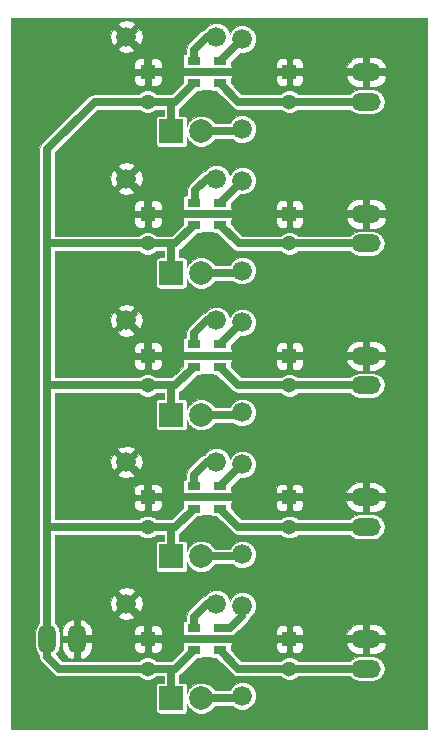
<source format=gbr>
G04 #@! TF.FileFunction,Copper,L2,Bot,Signal*
%FSLAX46Y46*%
G04 Gerber Fmt 4.6, Leading zero omitted, Abs format (unit mm)*
G04 Created by KiCad (PCBNEW 4.0.1-stable) date 2016/03/22 11:00:01*
%MOMM*%
G01*
G04 APERTURE LIST*
%ADD10C,0.100000*%
%ADD11O,2.500000X1.500000*%
%ADD12R,1.300000X1.300000*%
%ADD13C,1.300000*%
%ADD14R,1.060000X0.650000*%
%ADD15R,2.000000X2.000000*%
%ADD16C,2.000000*%
%ADD17O,1.500000X2.500000*%
%ADD18C,1.676400*%
%ADD19C,0.700000*%
%ADD20C,0.025400*%
G04 APERTURE END LIST*
D10*
D11*
X150500000Y-102500000D03*
X150500000Y-100000000D03*
D12*
X132000000Y-100000000D03*
D13*
X132000000Y-102500000D03*
D12*
X144000000Y-100000000D03*
D13*
X144000000Y-102500000D03*
D14*
X138100000Y-99050000D03*
X138100000Y-100000000D03*
X138100000Y-100950000D03*
X135900000Y-100950000D03*
X135900000Y-99050000D03*
D15*
X134000000Y-105000000D03*
D16*
X136540000Y-105000000D03*
D17*
X123500000Y-100000000D03*
X126000000Y-100000000D03*
D18*
X137810000Y-97000000D03*
X130190000Y-97000000D03*
X140000000Y-97190000D03*
X140000000Y-104810000D03*
D12*
X132000000Y-88000000D03*
D13*
X132000000Y-90500000D03*
D12*
X132000000Y-76000000D03*
D13*
X132000000Y-78500000D03*
D12*
X144000000Y-88000000D03*
D13*
X144000000Y-90500000D03*
D12*
X144000000Y-76000000D03*
D13*
X144000000Y-78500000D03*
D12*
X132000000Y-52000000D03*
D13*
X132000000Y-54500000D03*
D12*
X132000000Y-64000000D03*
D13*
X132000000Y-66500000D03*
D12*
X144000000Y-64000000D03*
D13*
X144000000Y-66500000D03*
D12*
X144000000Y-52000000D03*
D13*
X144000000Y-54500000D03*
D14*
X138100000Y-87050000D03*
X138100000Y-88000000D03*
X138100000Y-88950000D03*
X135900000Y-88950000D03*
X135900000Y-87050000D03*
X138100000Y-75050000D03*
X138100000Y-76000000D03*
X138100000Y-76950000D03*
X135900000Y-76950000D03*
X135900000Y-75050000D03*
X138100000Y-63050000D03*
X138100000Y-64000000D03*
X138100000Y-64950000D03*
X135900000Y-64950000D03*
X135900000Y-63050000D03*
X138100000Y-51050000D03*
X138100000Y-52000000D03*
X138100000Y-52950000D03*
X135900000Y-52950000D03*
X135900000Y-51050000D03*
D15*
X134000000Y-93000000D03*
D16*
X136540000Y-93000000D03*
D15*
X134000000Y-81000000D03*
D16*
X136540000Y-81000000D03*
D15*
X134000000Y-69000000D03*
D16*
X136540000Y-69000000D03*
D15*
X134000000Y-57000000D03*
D16*
X136540000Y-57000000D03*
D11*
X150500000Y-90500000D03*
X150500000Y-88000000D03*
X150500000Y-78500000D03*
X150500000Y-76000000D03*
X150500000Y-66500000D03*
X150500000Y-64000000D03*
X150500000Y-54500000D03*
X150500000Y-52000000D03*
D18*
X137810000Y-85000000D03*
X130190000Y-85000000D03*
X137810000Y-73000000D03*
X130190000Y-73000000D03*
X140000000Y-85190000D03*
X140000000Y-92810000D03*
X140000000Y-73190000D03*
X140000000Y-80810000D03*
X137810000Y-61000000D03*
X130190000Y-61000000D03*
X137810000Y-49000000D03*
X130190000Y-49000000D03*
X140000000Y-61190000D03*
X140000000Y-68810000D03*
X140000000Y-49190000D03*
X140000000Y-56810000D03*
D19*
X140000000Y-97190000D02*
X140000000Y-98000000D01*
X140000000Y-98000000D02*
X138950000Y-99050000D01*
X138950000Y-99050000D02*
X138100000Y-99050000D01*
X135900000Y-99050000D02*
X135900000Y-98100000D01*
X135900000Y-98100000D02*
X137000000Y-97000000D01*
X137000000Y-97000000D02*
X137810000Y-97000000D01*
X136540000Y-105000000D02*
X139810000Y-105000000D01*
X139810000Y-105000000D02*
X140000000Y-104810000D01*
X144000000Y-102500000D02*
X150500000Y-102500000D01*
X138100000Y-100950000D02*
X139650000Y-102500000D01*
X139650000Y-102500000D02*
X144000000Y-102500000D01*
X150500000Y-100000000D02*
X153000000Y-100000000D01*
X153000000Y-100000000D02*
X153000000Y-97500000D01*
X130190000Y-97000000D02*
X132000000Y-98810000D01*
X132000000Y-98810000D02*
X132000000Y-100000000D01*
X130190000Y-85000000D02*
X132000000Y-86810000D01*
X132000000Y-86810000D02*
X132000000Y-88000000D01*
X130190000Y-73000000D02*
X132000000Y-74810000D01*
X132000000Y-74810000D02*
X132000000Y-76000000D01*
X130190000Y-61000000D02*
X132000000Y-62810000D01*
X132000000Y-62810000D02*
X132000000Y-64000000D01*
X130190000Y-49000000D02*
X132000000Y-50810000D01*
X132000000Y-50810000D02*
X132000000Y-52000000D01*
X153000000Y-52000000D02*
X153000000Y-54500000D01*
X150500000Y-52000000D02*
X153000000Y-52000000D01*
X150500000Y-88000000D02*
X153000000Y-88000000D01*
X150500000Y-76000000D02*
X153000000Y-76000000D01*
X150500000Y-64000000D02*
X153000000Y-64000000D01*
X153000000Y-97500000D02*
X153000000Y-88000000D01*
X153000000Y-88000000D02*
X153000000Y-76000000D01*
X153000000Y-76000000D02*
X153000000Y-64000000D01*
X153000000Y-64000000D02*
X153000000Y-54500000D01*
X138100000Y-52000000D02*
X132000000Y-52000000D01*
X144000000Y-52000000D02*
X150500000Y-52000000D01*
X138100000Y-52000000D02*
X144000000Y-52000000D01*
X132000000Y-64000000D02*
X138100000Y-64000000D01*
X144000000Y-64000000D02*
X138100000Y-64000000D01*
X150500000Y-64000000D02*
X144000000Y-64000000D01*
X138100000Y-76000000D02*
X132000000Y-76000000D01*
X144000000Y-76000000D02*
X138100000Y-76000000D01*
X144000000Y-76000000D02*
X150500000Y-76000000D01*
X150500000Y-88000000D02*
X144000000Y-88000000D01*
X150500000Y-100000000D02*
X144000000Y-100000000D01*
X138100000Y-88000000D02*
X144000000Y-88000000D01*
X138100000Y-88000000D02*
X132000000Y-88000000D01*
X138100000Y-100000000D02*
X144000000Y-100000000D01*
X132000000Y-100000000D02*
X138100000Y-100000000D01*
X132000000Y-100000000D02*
X126000000Y-100000000D01*
X132000000Y-90500000D02*
X123500000Y-90500000D01*
X132000000Y-78500000D02*
X123500000Y-78500000D01*
X132000000Y-66500000D02*
X123500000Y-66500000D01*
X134000000Y-54500000D02*
X134000000Y-57000000D01*
X132000000Y-54500000D02*
X134000000Y-54500000D01*
X134000000Y-54500000D02*
X134350000Y-54500000D01*
X134350000Y-54500000D02*
X135900000Y-52950000D01*
X134000000Y-66500000D02*
X134000000Y-69000000D01*
X132000000Y-66500000D02*
X134000000Y-66500000D01*
X134000000Y-66500000D02*
X134350000Y-66500000D01*
X134350000Y-66500000D02*
X135900000Y-64950000D01*
X134000000Y-78500000D02*
X134000000Y-81000000D01*
X132000000Y-78500000D02*
X134000000Y-78500000D01*
X134000000Y-78500000D02*
X134350000Y-78500000D01*
X134350000Y-78500000D02*
X135900000Y-76950000D01*
X123500000Y-100000000D02*
X123500000Y-90500000D01*
X123500000Y-90500000D02*
X123500000Y-78500000D01*
X123500000Y-78500000D02*
X123500000Y-66500000D01*
X123500000Y-66500000D02*
X123500000Y-58500000D01*
X123500000Y-58500000D02*
X127500000Y-54500000D01*
X127500000Y-54500000D02*
X132000000Y-54500000D01*
X134000000Y-90500000D02*
X134000000Y-93000000D01*
X132000000Y-90500000D02*
X134000000Y-90500000D01*
X134000000Y-90500000D02*
X134350000Y-90500000D01*
X134350000Y-90500000D02*
X135900000Y-88950000D01*
X123500000Y-100000000D02*
X123500000Y-101500000D01*
X123500000Y-101500000D02*
X124500000Y-102500000D01*
X134000000Y-102500000D02*
X134000000Y-105000000D01*
X124500000Y-102500000D02*
X132000000Y-102500000D01*
X132000000Y-102500000D02*
X134000000Y-102500000D01*
X134000000Y-102500000D02*
X134350000Y-102500000D01*
X134350000Y-102500000D02*
X135900000Y-100950000D01*
X144000000Y-90500000D02*
X150500000Y-90500000D01*
X144000000Y-90500000D02*
X139650000Y-90500000D01*
X139650000Y-90500000D02*
X138100000Y-88950000D01*
X144000000Y-78500000D02*
X139650000Y-78500000D01*
X139650000Y-78500000D02*
X138100000Y-76950000D01*
X150500000Y-78500000D02*
X144000000Y-78500000D01*
X144000000Y-66500000D02*
X139699998Y-66500000D01*
X139699998Y-66500000D02*
X138100000Y-64900002D01*
X138100000Y-64900002D02*
X138100000Y-64950000D01*
X144000000Y-66500000D02*
X150500000Y-66500000D01*
X144000000Y-54500000D02*
X139650000Y-54500000D01*
X139650000Y-54500000D02*
X138100000Y-52950000D01*
X144000000Y-54500000D02*
X150500000Y-54500000D01*
X138100000Y-87050000D02*
X138140000Y-87050000D01*
X138140000Y-87050000D02*
X140000000Y-85190000D01*
X135900000Y-87050000D02*
X135900000Y-86100000D01*
X135900000Y-86100000D02*
X137000000Y-85000000D01*
X137000000Y-85000000D02*
X137810000Y-85000000D01*
X138100000Y-75050000D02*
X138140000Y-75050000D01*
X138140000Y-75050000D02*
X140000000Y-73190000D01*
X135900000Y-75050000D02*
X135900000Y-74100000D01*
X135900000Y-74100000D02*
X137000000Y-73000000D01*
X137000000Y-73000000D02*
X137810000Y-73000000D01*
X138100000Y-63050000D02*
X138140000Y-63050000D01*
X138140000Y-63050000D02*
X140000000Y-61190000D01*
X137810000Y-61000000D02*
X137000000Y-61000000D01*
X137000000Y-61000000D02*
X136000000Y-62000000D01*
X136000000Y-62000000D02*
X136000000Y-63000000D01*
X136000000Y-63000000D02*
X135900000Y-63050000D01*
X138100000Y-51050000D02*
X138140000Y-51050000D01*
X138140000Y-51050000D02*
X140000000Y-49190000D01*
X135900000Y-51050000D02*
X135900000Y-50100000D01*
X135900000Y-50100000D02*
X137000000Y-49000000D01*
X137000000Y-49000000D02*
X137810000Y-49000000D01*
X136540000Y-93000000D02*
X139810000Y-93000000D01*
X139810000Y-93000000D02*
X140000000Y-92810000D01*
X136540000Y-81000000D02*
X139810000Y-81000000D01*
X139810000Y-81000000D02*
X140000000Y-80810000D01*
X136540000Y-69000000D02*
X139810000Y-69000000D01*
X139810000Y-69000000D02*
X140000000Y-68810000D01*
X136540000Y-57000000D02*
X139810000Y-57000000D01*
X139810000Y-57000000D02*
X140000000Y-56810000D01*
D20*
G36*
X155612300Y-107612300D02*
X120387700Y-107612300D01*
X120387700Y-99469385D01*
X122437300Y-99469385D01*
X122437300Y-100530615D01*
X122518193Y-100937293D01*
X122748558Y-101282057D01*
X122837300Y-101341353D01*
X122837300Y-101500000D01*
X122887745Y-101753605D01*
X123031400Y-101968600D01*
X124031398Y-102968597D01*
X124031400Y-102968600D01*
X124147295Y-103046038D01*
X124246396Y-103112255D01*
X124500000Y-103162701D01*
X124500005Y-103162700D01*
X131301268Y-103162700D01*
X131453962Y-103315661D01*
X131807667Y-103462532D01*
X132190653Y-103462866D01*
X132544613Y-103316613D01*
X132698795Y-103162700D01*
X133337300Y-103162700D01*
X133337300Y-103681174D01*
X133000000Y-103681174D01*
X132884120Y-103702978D01*
X132777692Y-103771463D01*
X132706293Y-103875959D01*
X132681174Y-104000000D01*
X132681174Y-106000000D01*
X132702978Y-106115880D01*
X132771463Y-106222308D01*
X132875959Y-106293707D01*
X133000000Y-106318826D01*
X135000000Y-106318826D01*
X135115880Y-106297022D01*
X135222308Y-106228537D01*
X135293707Y-106124041D01*
X135318826Y-106000000D01*
X135318826Y-105482027D01*
X135426498Y-105742613D01*
X135795444Y-106112204D01*
X136277742Y-106312471D01*
X136799967Y-106312927D01*
X137282613Y-106113502D01*
X137652204Y-105744556D01*
X137686193Y-105662700D01*
X139225014Y-105662700D01*
X139347217Y-105785116D01*
X139770068Y-105960699D01*
X140227924Y-105961099D01*
X140651081Y-105786254D01*
X140975116Y-105462783D01*
X141150699Y-105039932D01*
X141151099Y-104582076D01*
X140976254Y-104158919D01*
X140652783Y-103834884D01*
X140229932Y-103659301D01*
X139772076Y-103658901D01*
X139348919Y-103833746D01*
X139024884Y-104157217D01*
X138950107Y-104337300D01*
X137686521Y-104337300D01*
X137653502Y-104257387D01*
X137284556Y-103887796D01*
X136802258Y-103687529D01*
X136280033Y-103687073D01*
X135797387Y-103886498D01*
X135427796Y-104255444D01*
X135318826Y-104517874D01*
X135318826Y-104000000D01*
X135297022Y-103884120D01*
X135228537Y-103777692D01*
X135124041Y-103706293D01*
X135000000Y-103681174D01*
X134662700Y-103681174D01*
X134662700Y-103072769D01*
X134818600Y-102968600D01*
X136193374Y-101593826D01*
X136430000Y-101593826D01*
X136545880Y-101572022D01*
X136638068Y-101512700D01*
X137363990Y-101512700D01*
X137445959Y-101568707D01*
X137570000Y-101593826D01*
X137806626Y-101593826D01*
X139181400Y-102968600D01*
X139396395Y-103112255D01*
X139650000Y-103162700D01*
X143301268Y-103162700D01*
X143453962Y-103315661D01*
X143807667Y-103462532D01*
X144190653Y-103462866D01*
X144544613Y-103316613D01*
X144698795Y-103162700D01*
X149158647Y-103162700D01*
X149217943Y-103251442D01*
X149562707Y-103481807D01*
X149969385Y-103562700D01*
X151030615Y-103562700D01*
X151437293Y-103481807D01*
X151782057Y-103251442D01*
X152012422Y-102906678D01*
X152093315Y-102500000D01*
X152012422Y-102093322D01*
X151782057Y-101748558D01*
X151437293Y-101518193D01*
X151030615Y-101437300D01*
X149969385Y-101437300D01*
X149562707Y-101518193D01*
X149217943Y-101748558D01*
X149158647Y-101837300D01*
X144698732Y-101837300D01*
X144546038Y-101684339D01*
X144192333Y-101537468D01*
X143809347Y-101537134D01*
X143455387Y-101683387D01*
X143301205Y-101837300D01*
X139924500Y-101837300D01*
X139012700Y-100925500D01*
X139012700Y-100678681D01*
X139071428Y-100619953D01*
X139150700Y-100428573D01*
X139150700Y-100371475D01*
X142829300Y-100371475D01*
X142829300Y-100753574D01*
X142908572Y-100944953D01*
X143055047Y-101091428D01*
X143246427Y-101170700D01*
X143628525Y-101170700D01*
X143758700Y-101040525D01*
X143758700Y-100241300D01*
X144241300Y-100241300D01*
X144241300Y-101040525D01*
X144371475Y-101170700D01*
X144753573Y-101170700D01*
X144944953Y-101091428D01*
X145091428Y-100944953D01*
X145170700Y-100753574D01*
X145170700Y-100433494D01*
X148805528Y-100433494D01*
X148930855Y-100727896D01*
X149290792Y-101081632D01*
X149758700Y-101270700D01*
X150258700Y-101270700D01*
X150258700Y-100241300D01*
X150741300Y-100241300D01*
X150741300Y-101270700D01*
X151241300Y-101270700D01*
X151709208Y-101081632D01*
X152069145Y-100727896D01*
X152194472Y-100433494D01*
X152114707Y-100241300D01*
X150741300Y-100241300D01*
X150258700Y-100241300D01*
X148885293Y-100241300D01*
X148805528Y-100433494D01*
X145170700Y-100433494D01*
X145170700Y-100371475D01*
X145040525Y-100241300D01*
X144241300Y-100241300D01*
X143758700Y-100241300D01*
X142959475Y-100241300D01*
X142829300Y-100371475D01*
X139150700Y-100371475D01*
X139150700Y-100292675D01*
X139020525Y-100162500D01*
X139012700Y-100162500D01*
X139012700Y-99837500D01*
X139020525Y-99837500D01*
X139150700Y-99707325D01*
X139150700Y-99672778D01*
X139203605Y-99662255D01*
X139418600Y-99518600D01*
X139690773Y-99246426D01*
X142829300Y-99246426D01*
X142829300Y-99628525D01*
X142959475Y-99758700D01*
X143758700Y-99758700D01*
X143758700Y-98959475D01*
X144241300Y-98959475D01*
X144241300Y-99758700D01*
X145040525Y-99758700D01*
X145170700Y-99628525D01*
X145170700Y-99566506D01*
X148805528Y-99566506D01*
X148885293Y-99758700D01*
X150258700Y-99758700D01*
X150258700Y-98729300D01*
X150741300Y-98729300D01*
X150741300Y-99758700D01*
X152114707Y-99758700D01*
X152194472Y-99566506D01*
X152069145Y-99272104D01*
X151709208Y-98918368D01*
X151241300Y-98729300D01*
X150741300Y-98729300D01*
X150258700Y-98729300D01*
X149758700Y-98729300D01*
X149290792Y-98918368D01*
X148930855Y-99272104D01*
X148805528Y-99566506D01*
X145170700Y-99566506D01*
X145170700Y-99246426D01*
X145091428Y-99055047D01*
X144944953Y-98908572D01*
X144753573Y-98829300D01*
X144371475Y-98829300D01*
X144241300Y-98959475D01*
X143758700Y-98959475D01*
X143628525Y-98829300D01*
X143246427Y-98829300D01*
X143055047Y-98908572D01*
X142908572Y-99055047D01*
X142829300Y-99246426D01*
X139690773Y-99246426D01*
X140468597Y-98468602D01*
X140468600Y-98468600D01*
X140577561Y-98305528D01*
X140612255Y-98253605D01*
X140627709Y-98175911D01*
X140651081Y-98166254D01*
X140975116Y-97842783D01*
X141150699Y-97419932D01*
X141151099Y-96962076D01*
X140976254Y-96538919D01*
X140652783Y-96214884D01*
X140229932Y-96039301D01*
X139772076Y-96038901D01*
X139348919Y-96213746D01*
X139024884Y-96537217D01*
X138944272Y-96731352D01*
X138786254Y-96348919D01*
X138462783Y-96024884D01*
X138039932Y-95849301D01*
X137582076Y-95848901D01*
X137158919Y-96023746D01*
X136834884Y-96347217D01*
X136824507Y-96372207D01*
X136746396Y-96387745D01*
X136531400Y-96531400D01*
X135431400Y-97631400D01*
X135287745Y-97846395D01*
X135287745Y-97846396D01*
X135237300Y-98100000D01*
X135237300Y-98438801D01*
X135161932Y-98487300D01*
X135000000Y-98487300D01*
X134995059Y-98488301D01*
X134990897Y-98491145D01*
X134988169Y-98495384D01*
X134987300Y-98500000D01*
X134987300Y-100925500D01*
X134075500Y-101837300D01*
X132698732Y-101837300D01*
X132546038Y-101684339D01*
X132192333Y-101537468D01*
X131809347Y-101537134D01*
X131455387Y-101683387D01*
X131301205Y-101837300D01*
X124774499Y-101837300D01*
X124232148Y-101294949D01*
X124251442Y-101282057D01*
X124481807Y-100937293D01*
X124562700Y-100530615D01*
X124562700Y-100241300D01*
X124729300Y-100241300D01*
X124729300Y-100741300D01*
X124918368Y-101209208D01*
X125272104Y-101569145D01*
X125566506Y-101694472D01*
X125758700Y-101614707D01*
X125758700Y-100241300D01*
X126241300Y-100241300D01*
X126241300Y-101614707D01*
X126433494Y-101694472D01*
X126727896Y-101569145D01*
X127081632Y-101209208D01*
X127270700Y-100741300D01*
X127270700Y-100371475D01*
X130829300Y-100371475D01*
X130829300Y-100753574D01*
X130908572Y-100944953D01*
X131055047Y-101091428D01*
X131246427Y-101170700D01*
X131628525Y-101170700D01*
X131758700Y-101040525D01*
X131758700Y-100241300D01*
X132241300Y-100241300D01*
X132241300Y-101040525D01*
X132371475Y-101170700D01*
X132753573Y-101170700D01*
X132944953Y-101091428D01*
X133091428Y-100944953D01*
X133170700Y-100753574D01*
X133170700Y-100371475D01*
X133040525Y-100241300D01*
X132241300Y-100241300D01*
X131758700Y-100241300D01*
X130959475Y-100241300D01*
X130829300Y-100371475D01*
X127270700Y-100371475D01*
X127270700Y-100241300D01*
X126241300Y-100241300D01*
X125758700Y-100241300D01*
X124729300Y-100241300D01*
X124562700Y-100241300D01*
X124562700Y-99469385D01*
X124520793Y-99258700D01*
X124729300Y-99258700D01*
X124729300Y-99758700D01*
X125758700Y-99758700D01*
X125758700Y-98385293D01*
X126241300Y-98385293D01*
X126241300Y-99758700D01*
X127270700Y-99758700D01*
X127270700Y-99258700D01*
X127265741Y-99246426D01*
X130829300Y-99246426D01*
X130829300Y-99628525D01*
X130959475Y-99758700D01*
X131758700Y-99758700D01*
X131758700Y-98959475D01*
X132241300Y-98959475D01*
X132241300Y-99758700D01*
X133040525Y-99758700D01*
X133170700Y-99628525D01*
X133170700Y-99246426D01*
X133091428Y-99055047D01*
X132944953Y-98908572D01*
X132753573Y-98829300D01*
X132371475Y-98829300D01*
X132241300Y-98959475D01*
X131758700Y-98959475D01*
X131628525Y-98829300D01*
X131246427Y-98829300D01*
X131055047Y-98908572D01*
X130908572Y-99055047D01*
X130829300Y-99246426D01*
X127265741Y-99246426D01*
X127081632Y-98790792D01*
X126727896Y-98430855D01*
X126433494Y-98305528D01*
X126241300Y-98385293D01*
X125758700Y-98385293D01*
X125566506Y-98305528D01*
X125272104Y-98430855D01*
X124918368Y-98790792D01*
X124729300Y-99258700D01*
X124520793Y-99258700D01*
X124481807Y-99062707D01*
X124251442Y-98717943D01*
X124162700Y-98658647D01*
X124162700Y-98041737D01*
X129489513Y-98041737D01*
X129583272Y-98245613D01*
X130106132Y-98382981D01*
X130641760Y-98309803D01*
X130796728Y-98245613D01*
X130890487Y-98041737D01*
X130190000Y-97341250D01*
X129489513Y-98041737D01*
X124162700Y-98041737D01*
X124162700Y-96916132D01*
X128807019Y-96916132D01*
X128880197Y-97451760D01*
X128944387Y-97606728D01*
X129148263Y-97700487D01*
X129848750Y-97000000D01*
X130531250Y-97000000D01*
X131231737Y-97700487D01*
X131435613Y-97606728D01*
X131572981Y-97083868D01*
X131499803Y-96548240D01*
X131435613Y-96393272D01*
X131231737Y-96299513D01*
X130531250Y-97000000D01*
X129848750Y-97000000D01*
X129148263Y-96299513D01*
X128944387Y-96393272D01*
X128807019Y-96916132D01*
X124162700Y-96916132D01*
X124162700Y-95958263D01*
X129489513Y-95958263D01*
X130190000Y-96658750D01*
X130890487Y-95958263D01*
X130796728Y-95754387D01*
X130273868Y-95617019D01*
X129738240Y-95690197D01*
X129583272Y-95754387D01*
X129489513Y-95958263D01*
X124162700Y-95958263D01*
X124162700Y-91162700D01*
X131301268Y-91162700D01*
X131453962Y-91315661D01*
X131807667Y-91462532D01*
X132190653Y-91462866D01*
X132544613Y-91316613D01*
X132698795Y-91162700D01*
X133337300Y-91162700D01*
X133337300Y-91681174D01*
X133000000Y-91681174D01*
X132884120Y-91702978D01*
X132777692Y-91771463D01*
X132706293Y-91875959D01*
X132681174Y-92000000D01*
X132681174Y-94000000D01*
X132702978Y-94115880D01*
X132771463Y-94222308D01*
X132875959Y-94293707D01*
X133000000Y-94318826D01*
X135000000Y-94318826D01*
X135115880Y-94297022D01*
X135222308Y-94228537D01*
X135293707Y-94124041D01*
X135318826Y-94000000D01*
X135318826Y-93482027D01*
X135426498Y-93742613D01*
X135795444Y-94112204D01*
X136277742Y-94312471D01*
X136799967Y-94312927D01*
X137282613Y-94113502D01*
X137652204Y-93744556D01*
X137686193Y-93662700D01*
X139225014Y-93662700D01*
X139347217Y-93785116D01*
X139770068Y-93960699D01*
X140227924Y-93961099D01*
X140651081Y-93786254D01*
X140975116Y-93462783D01*
X141150699Y-93039932D01*
X141151099Y-92582076D01*
X140976254Y-92158919D01*
X140652783Y-91834884D01*
X140229932Y-91659301D01*
X139772076Y-91658901D01*
X139348919Y-91833746D01*
X139024884Y-92157217D01*
X138950107Y-92337300D01*
X137686521Y-92337300D01*
X137653502Y-92257387D01*
X137284556Y-91887796D01*
X136802258Y-91687529D01*
X136280033Y-91687073D01*
X135797387Y-91886498D01*
X135427796Y-92255444D01*
X135318826Y-92517874D01*
X135318826Y-92000000D01*
X135297022Y-91884120D01*
X135228537Y-91777692D01*
X135124041Y-91706293D01*
X135000000Y-91681174D01*
X134662700Y-91681174D01*
X134662700Y-91072769D01*
X134818600Y-90968600D01*
X136193374Y-89593826D01*
X136430000Y-89593826D01*
X136545880Y-89572022D01*
X136638068Y-89512700D01*
X137363990Y-89512700D01*
X137445959Y-89568707D01*
X137570000Y-89593826D01*
X137806626Y-89593826D01*
X139181400Y-90968600D01*
X139396395Y-91112255D01*
X139650000Y-91162700D01*
X143301268Y-91162700D01*
X143453962Y-91315661D01*
X143807667Y-91462532D01*
X144190653Y-91462866D01*
X144544613Y-91316613D01*
X144698795Y-91162700D01*
X149158647Y-91162700D01*
X149217943Y-91251442D01*
X149562707Y-91481807D01*
X149969385Y-91562700D01*
X151030615Y-91562700D01*
X151437293Y-91481807D01*
X151782057Y-91251442D01*
X152012422Y-90906678D01*
X152093315Y-90500000D01*
X152012422Y-90093322D01*
X151782057Y-89748558D01*
X151437293Y-89518193D01*
X151030615Y-89437300D01*
X149969385Y-89437300D01*
X149562707Y-89518193D01*
X149217943Y-89748558D01*
X149158647Y-89837300D01*
X144698732Y-89837300D01*
X144546038Y-89684339D01*
X144192333Y-89537468D01*
X143809347Y-89537134D01*
X143455387Y-89683387D01*
X143301205Y-89837300D01*
X139924500Y-89837300D01*
X139012700Y-88925500D01*
X139012700Y-88678681D01*
X139071428Y-88619953D01*
X139150700Y-88428573D01*
X139150700Y-88371475D01*
X142829300Y-88371475D01*
X142829300Y-88753574D01*
X142908572Y-88944953D01*
X143055047Y-89091428D01*
X143246427Y-89170700D01*
X143628525Y-89170700D01*
X143758700Y-89040525D01*
X143758700Y-88241300D01*
X144241300Y-88241300D01*
X144241300Y-89040525D01*
X144371475Y-89170700D01*
X144753573Y-89170700D01*
X144944953Y-89091428D01*
X145091428Y-88944953D01*
X145170700Y-88753574D01*
X145170700Y-88433494D01*
X148805528Y-88433494D01*
X148930855Y-88727896D01*
X149290792Y-89081632D01*
X149758700Y-89270700D01*
X150258700Y-89270700D01*
X150258700Y-88241300D01*
X150741300Y-88241300D01*
X150741300Y-89270700D01*
X151241300Y-89270700D01*
X151709208Y-89081632D01*
X152069145Y-88727896D01*
X152194472Y-88433494D01*
X152114707Y-88241300D01*
X150741300Y-88241300D01*
X150258700Y-88241300D01*
X148885293Y-88241300D01*
X148805528Y-88433494D01*
X145170700Y-88433494D01*
X145170700Y-88371475D01*
X145040525Y-88241300D01*
X144241300Y-88241300D01*
X143758700Y-88241300D01*
X142959475Y-88241300D01*
X142829300Y-88371475D01*
X139150700Y-88371475D01*
X139150700Y-88292675D01*
X139020525Y-88162500D01*
X139012700Y-88162500D01*
X139012700Y-87837500D01*
X139020525Y-87837500D01*
X139150700Y-87707325D01*
X139150700Y-87571427D01*
X139071428Y-87380047D01*
X139012700Y-87321319D01*
X139012700Y-87246426D01*
X142829300Y-87246426D01*
X142829300Y-87628525D01*
X142959475Y-87758700D01*
X143758700Y-87758700D01*
X143758700Y-86959475D01*
X144241300Y-86959475D01*
X144241300Y-87758700D01*
X145040525Y-87758700D01*
X145170700Y-87628525D01*
X145170700Y-87566506D01*
X148805528Y-87566506D01*
X148885293Y-87758700D01*
X150258700Y-87758700D01*
X150258700Y-86729300D01*
X150741300Y-86729300D01*
X150741300Y-87758700D01*
X152114707Y-87758700D01*
X152194472Y-87566506D01*
X152069145Y-87272104D01*
X151709208Y-86918368D01*
X151241300Y-86729300D01*
X150741300Y-86729300D01*
X150258700Y-86729300D01*
X149758700Y-86729300D01*
X149290792Y-86918368D01*
X148930855Y-87272104D01*
X148805528Y-87566506D01*
X145170700Y-87566506D01*
X145170700Y-87246426D01*
X145091428Y-87055047D01*
X144944953Y-86908572D01*
X144753573Y-86829300D01*
X144371475Y-86829300D01*
X144241300Y-86959475D01*
X143758700Y-86959475D01*
X143628525Y-86829300D01*
X143246427Y-86829300D01*
X143055047Y-86908572D01*
X142908572Y-87055047D01*
X142829300Y-87246426D01*
X139012700Y-87246426D01*
X139012700Y-87114500D01*
X139786487Y-86340713D01*
X140227924Y-86341099D01*
X140651081Y-86166254D01*
X140975116Y-85842783D01*
X141150699Y-85419932D01*
X141151099Y-84962076D01*
X140976254Y-84538919D01*
X140652783Y-84214884D01*
X140229932Y-84039301D01*
X139772076Y-84038901D01*
X139348919Y-84213746D01*
X139024884Y-84537217D01*
X138944272Y-84731352D01*
X138786254Y-84348919D01*
X138462783Y-84024884D01*
X138039932Y-83849301D01*
X137582076Y-83848901D01*
X137158919Y-84023746D01*
X136834884Y-84347217D01*
X136824507Y-84372207D01*
X136746396Y-84387745D01*
X136531400Y-84531400D01*
X135431400Y-85631400D01*
X135287745Y-85846395D01*
X135287745Y-85846396D01*
X135237300Y-86100000D01*
X135237300Y-86438801D01*
X135161932Y-86487300D01*
X135000000Y-86487300D01*
X134995059Y-86488301D01*
X134990897Y-86491145D01*
X134988169Y-86495384D01*
X134987300Y-86500000D01*
X134987300Y-88925500D01*
X134075500Y-89837300D01*
X132698732Y-89837300D01*
X132546038Y-89684339D01*
X132192333Y-89537468D01*
X131809347Y-89537134D01*
X131455387Y-89683387D01*
X131301205Y-89837300D01*
X124162700Y-89837300D01*
X124162700Y-88371475D01*
X130829300Y-88371475D01*
X130829300Y-88753574D01*
X130908572Y-88944953D01*
X131055047Y-89091428D01*
X131246427Y-89170700D01*
X131628525Y-89170700D01*
X131758700Y-89040525D01*
X131758700Y-88241300D01*
X132241300Y-88241300D01*
X132241300Y-89040525D01*
X132371475Y-89170700D01*
X132753573Y-89170700D01*
X132944953Y-89091428D01*
X133091428Y-88944953D01*
X133170700Y-88753574D01*
X133170700Y-88371475D01*
X133040525Y-88241300D01*
X132241300Y-88241300D01*
X131758700Y-88241300D01*
X130959475Y-88241300D01*
X130829300Y-88371475D01*
X124162700Y-88371475D01*
X124162700Y-87246426D01*
X130829300Y-87246426D01*
X130829300Y-87628525D01*
X130959475Y-87758700D01*
X131758700Y-87758700D01*
X131758700Y-86959475D01*
X132241300Y-86959475D01*
X132241300Y-87758700D01*
X133040525Y-87758700D01*
X133170700Y-87628525D01*
X133170700Y-87246426D01*
X133091428Y-87055047D01*
X132944953Y-86908572D01*
X132753573Y-86829300D01*
X132371475Y-86829300D01*
X132241300Y-86959475D01*
X131758700Y-86959475D01*
X131628525Y-86829300D01*
X131246427Y-86829300D01*
X131055047Y-86908572D01*
X130908572Y-87055047D01*
X130829300Y-87246426D01*
X124162700Y-87246426D01*
X124162700Y-86041737D01*
X129489513Y-86041737D01*
X129583272Y-86245613D01*
X130106132Y-86382981D01*
X130641760Y-86309803D01*
X130796728Y-86245613D01*
X130890487Y-86041737D01*
X130190000Y-85341250D01*
X129489513Y-86041737D01*
X124162700Y-86041737D01*
X124162700Y-84916132D01*
X128807019Y-84916132D01*
X128880197Y-85451760D01*
X128944387Y-85606728D01*
X129148263Y-85700487D01*
X129848750Y-85000000D01*
X130531250Y-85000000D01*
X131231737Y-85700487D01*
X131435613Y-85606728D01*
X131572981Y-85083868D01*
X131499803Y-84548240D01*
X131435613Y-84393272D01*
X131231737Y-84299513D01*
X130531250Y-85000000D01*
X129848750Y-85000000D01*
X129148263Y-84299513D01*
X128944387Y-84393272D01*
X128807019Y-84916132D01*
X124162700Y-84916132D01*
X124162700Y-83958263D01*
X129489513Y-83958263D01*
X130190000Y-84658750D01*
X130890487Y-83958263D01*
X130796728Y-83754387D01*
X130273868Y-83617019D01*
X129738240Y-83690197D01*
X129583272Y-83754387D01*
X129489513Y-83958263D01*
X124162700Y-83958263D01*
X124162700Y-79162700D01*
X131301268Y-79162700D01*
X131453962Y-79315661D01*
X131807667Y-79462532D01*
X132190653Y-79462866D01*
X132544613Y-79316613D01*
X132698795Y-79162700D01*
X133337300Y-79162700D01*
X133337300Y-79681174D01*
X133000000Y-79681174D01*
X132884120Y-79702978D01*
X132777692Y-79771463D01*
X132706293Y-79875959D01*
X132681174Y-80000000D01*
X132681174Y-82000000D01*
X132702978Y-82115880D01*
X132771463Y-82222308D01*
X132875959Y-82293707D01*
X133000000Y-82318826D01*
X135000000Y-82318826D01*
X135115880Y-82297022D01*
X135222308Y-82228537D01*
X135293707Y-82124041D01*
X135318826Y-82000000D01*
X135318826Y-81482027D01*
X135426498Y-81742613D01*
X135795444Y-82112204D01*
X136277742Y-82312471D01*
X136799967Y-82312927D01*
X137282613Y-82113502D01*
X137652204Y-81744556D01*
X137686193Y-81662700D01*
X139225014Y-81662700D01*
X139347217Y-81785116D01*
X139770068Y-81960699D01*
X140227924Y-81961099D01*
X140651081Y-81786254D01*
X140975116Y-81462783D01*
X141150699Y-81039932D01*
X141151099Y-80582076D01*
X140976254Y-80158919D01*
X140652783Y-79834884D01*
X140229932Y-79659301D01*
X139772076Y-79658901D01*
X139348919Y-79833746D01*
X139024884Y-80157217D01*
X138950107Y-80337300D01*
X137686521Y-80337300D01*
X137653502Y-80257387D01*
X137284556Y-79887796D01*
X136802258Y-79687529D01*
X136280033Y-79687073D01*
X135797387Y-79886498D01*
X135427796Y-80255444D01*
X135318826Y-80517874D01*
X135318826Y-80000000D01*
X135297022Y-79884120D01*
X135228537Y-79777692D01*
X135124041Y-79706293D01*
X135000000Y-79681174D01*
X134662700Y-79681174D01*
X134662700Y-79072769D01*
X134818600Y-78968600D01*
X136193374Y-77593826D01*
X136430000Y-77593826D01*
X136545880Y-77572022D01*
X136638068Y-77512700D01*
X137363990Y-77512700D01*
X137445959Y-77568707D01*
X137570000Y-77593826D01*
X137806626Y-77593826D01*
X139181400Y-78968600D01*
X139396395Y-79112255D01*
X139650000Y-79162700D01*
X143301268Y-79162700D01*
X143453962Y-79315661D01*
X143807667Y-79462532D01*
X144190653Y-79462866D01*
X144544613Y-79316613D01*
X144698795Y-79162700D01*
X149158647Y-79162700D01*
X149217943Y-79251442D01*
X149562707Y-79481807D01*
X149969385Y-79562700D01*
X151030615Y-79562700D01*
X151437293Y-79481807D01*
X151782057Y-79251442D01*
X152012422Y-78906678D01*
X152093315Y-78500000D01*
X152012422Y-78093322D01*
X151782057Y-77748558D01*
X151437293Y-77518193D01*
X151030615Y-77437300D01*
X149969385Y-77437300D01*
X149562707Y-77518193D01*
X149217943Y-77748558D01*
X149158647Y-77837300D01*
X144698732Y-77837300D01*
X144546038Y-77684339D01*
X144192333Y-77537468D01*
X143809347Y-77537134D01*
X143455387Y-77683387D01*
X143301205Y-77837300D01*
X139924500Y-77837300D01*
X139012700Y-76925500D01*
X139012700Y-76678681D01*
X139071428Y-76619953D01*
X139150700Y-76428573D01*
X139150700Y-76371475D01*
X142829300Y-76371475D01*
X142829300Y-76753574D01*
X142908572Y-76944953D01*
X143055047Y-77091428D01*
X143246427Y-77170700D01*
X143628525Y-77170700D01*
X143758700Y-77040525D01*
X143758700Y-76241300D01*
X144241300Y-76241300D01*
X144241300Y-77040525D01*
X144371475Y-77170700D01*
X144753573Y-77170700D01*
X144944953Y-77091428D01*
X145091428Y-76944953D01*
X145170700Y-76753574D01*
X145170700Y-76433494D01*
X148805528Y-76433494D01*
X148930855Y-76727896D01*
X149290792Y-77081632D01*
X149758700Y-77270700D01*
X150258700Y-77270700D01*
X150258700Y-76241300D01*
X150741300Y-76241300D01*
X150741300Y-77270700D01*
X151241300Y-77270700D01*
X151709208Y-77081632D01*
X152069145Y-76727896D01*
X152194472Y-76433494D01*
X152114707Y-76241300D01*
X150741300Y-76241300D01*
X150258700Y-76241300D01*
X148885293Y-76241300D01*
X148805528Y-76433494D01*
X145170700Y-76433494D01*
X145170700Y-76371475D01*
X145040525Y-76241300D01*
X144241300Y-76241300D01*
X143758700Y-76241300D01*
X142959475Y-76241300D01*
X142829300Y-76371475D01*
X139150700Y-76371475D01*
X139150700Y-76292675D01*
X139020525Y-76162500D01*
X139012700Y-76162500D01*
X139012700Y-75837500D01*
X139020525Y-75837500D01*
X139150700Y-75707325D01*
X139150700Y-75571427D01*
X139071428Y-75380047D01*
X139012700Y-75321319D01*
X139012700Y-75246426D01*
X142829300Y-75246426D01*
X142829300Y-75628525D01*
X142959475Y-75758700D01*
X143758700Y-75758700D01*
X143758700Y-74959475D01*
X144241300Y-74959475D01*
X144241300Y-75758700D01*
X145040525Y-75758700D01*
X145170700Y-75628525D01*
X145170700Y-75566506D01*
X148805528Y-75566506D01*
X148885293Y-75758700D01*
X150258700Y-75758700D01*
X150258700Y-74729300D01*
X150741300Y-74729300D01*
X150741300Y-75758700D01*
X152114707Y-75758700D01*
X152194472Y-75566506D01*
X152069145Y-75272104D01*
X151709208Y-74918368D01*
X151241300Y-74729300D01*
X150741300Y-74729300D01*
X150258700Y-74729300D01*
X149758700Y-74729300D01*
X149290792Y-74918368D01*
X148930855Y-75272104D01*
X148805528Y-75566506D01*
X145170700Y-75566506D01*
X145170700Y-75246426D01*
X145091428Y-75055047D01*
X144944953Y-74908572D01*
X144753573Y-74829300D01*
X144371475Y-74829300D01*
X144241300Y-74959475D01*
X143758700Y-74959475D01*
X143628525Y-74829300D01*
X143246427Y-74829300D01*
X143055047Y-74908572D01*
X142908572Y-75055047D01*
X142829300Y-75246426D01*
X139012700Y-75246426D01*
X139012700Y-75114500D01*
X139786487Y-74340713D01*
X140227924Y-74341099D01*
X140651081Y-74166254D01*
X140975116Y-73842783D01*
X141150699Y-73419932D01*
X141151099Y-72962076D01*
X140976254Y-72538919D01*
X140652783Y-72214884D01*
X140229932Y-72039301D01*
X139772076Y-72038901D01*
X139348919Y-72213746D01*
X139024884Y-72537217D01*
X138944272Y-72731352D01*
X138786254Y-72348919D01*
X138462783Y-72024884D01*
X138039932Y-71849301D01*
X137582076Y-71848901D01*
X137158919Y-72023746D01*
X136834884Y-72347217D01*
X136824507Y-72372207D01*
X136746396Y-72387745D01*
X136531400Y-72531400D01*
X135431400Y-73631400D01*
X135287745Y-73846395D01*
X135287745Y-73846396D01*
X135237300Y-74100000D01*
X135237300Y-74438801D01*
X135161932Y-74487300D01*
X135000000Y-74487300D01*
X134995059Y-74488301D01*
X134990897Y-74491145D01*
X134988169Y-74495384D01*
X134987300Y-74500000D01*
X134987300Y-76925500D01*
X134075500Y-77837300D01*
X132698732Y-77837300D01*
X132546038Y-77684339D01*
X132192333Y-77537468D01*
X131809347Y-77537134D01*
X131455387Y-77683387D01*
X131301205Y-77837300D01*
X124162700Y-77837300D01*
X124162700Y-76371475D01*
X130829300Y-76371475D01*
X130829300Y-76753574D01*
X130908572Y-76944953D01*
X131055047Y-77091428D01*
X131246427Y-77170700D01*
X131628525Y-77170700D01*
X131758700Y-77040525D01*
X131758700Y-76241300D01*
X132241300Y-76241300D01*
X132241300Y-77040525D01*
X132371475Y-77170700D01*
X132753573Y-77170700D01*
X132944953Y-77091428D01*
X133091428Y-76944953D01*
X133170700Y-76753574D01*
X133170700Y-76371475D01*
X133040525Y-76241300D01*
X132241300Y-76241300D01*
X131758700Y-76241300D01*
X130959475Y-76241300D01*
X130829300Y-76371475D01*
X124162700Y-76371475D01*
X124162700Y-75246426D01*
X130829300Y-75246426D01*
X130829300Y-75628525D01*
X130959475Y-75758700D01*
X131758700Y-75758700D01*
X131758700Y-74959475D01*
X132241300Y-74959475D01*
X132241300Y-75758700D01*
X133040525Y-75758700D01*
X133170700Y-75628525D01*
X133170700Y-75246426D01*
X133091428Y-75055047D01*
X132944953Y-74908572D01*
X132753573Y-74829300D01*
X132371475Y-74829300D01*
X132241300Y-74959475D01*
X131758700Y-74959475D01*
X131628525Y-74829300D01*
X131246427Y-74829300D01*
X131055047Y-74908572D01*
X130908572Y-75055047D01*
X130829300Y-75246426D01*
X124162700Y-75246426D01*
X124162700Y-74041737D01*
X129489513Y-74041737D01*
X129583272Y-74245613D01*
X130106132Y-74382981D01*
X130641760Y-74309803D01*
X130796728Y-74245613D01*
X130890487Y-74041737D01*
X130190000Y-73341250D01*
X129489513Y-74041737D01*
X124162700Y-74041737D01*
X124162700Y-72916132D01*
X128807019Y-72916132D01*
X128880197Y-73451760D01*
X128944387Y-73606728D01*
X129148263Y-73700487D01*
X129848750Y-73000000D01*
X130531250Y-73000000D01*
X131231737Y-73700487D01*
X131435613Y-73606728D01*
X131572981Y-73083868D01*
X131499803Y-72548240D01*
X131435613Y-72393272D01*
X131231737Y-72299513D01*
X130531250Y-73000000D01*
X129848750Y-73000000D01*
X129148263Y-72299513D01*
X128944387Y-72393272D01*
X128807019Y-72916132D01*
X124162700Y-72916132D01*
X124162700Y-71958263D01*
X129489513Y-71958263D01*
X130190000Y-72658750D01*
X130890487Y-71958263D01*
X130796728Y-71754387D01*
X130273868Y-71617019D01*
X129738240Y-71690197D01*
X129583272Y-71754387D01*
X129489513Y-71958263D01*
X124162700Y-71958263D01*
X124162700Y-67162700D01*
X131301268Y-67162700D01*
X131453962Y-67315661D01*
X131807667Y-67462532D01*
X132190653Y-67462866D01*
X132544613Y-67316613D01*
X132698795Y-67162700D01*
X133337300Y-67162700D01*
X133337300Y-67681174D01*
X133000000Y-67681174D01*
X132884120Y-67702978D01*
X132777692Y-67771463D01*
X132706293Y-67875959D01*
X132681174Y-68000000D01*
X132681174Y-70000000D01*
X132702978Y-70115880D01*
X132771463Y-70222308D01*
X132875959Y-70293707D01*
X133000000Y-70318826D01*
X135000000Y-70318826D01*
X135115880Y-70297022D01*
X135222308Y-70228537D01*
X135293707Y-70124041D01*
X135318826Y-70000000D01*
X135318826Y-69482027D01*
X135426498Y-69742613D01*
X135795444Y-70112204D01*
X136277742Y-70312471D01*
X136799967Y-70312927D01*
X137282613Y-70113502D01*
X137652204Y-69744556D01*
X137686193Y-69662700D01*
X139225014Y-69662700D01*
X139347217Y-69785116D01*
X139770068Y-69960699D01*
X140227924Y-69961099D01*
X140651081Y-69786254D01*
X140975116Y-69462783D01*
X141150699Y-69039932D01*
X141151099Y-68582076D01*
X140976254Y-68158919D01*
X140652783Y-67834884D01*
X140229932Y-67659301D01*
X139772076Y-67658901D01*
X139348919Y-67833746D01*
X139024884Y-68157217D01*
X138950107Y-68337300D01*
X137686521Y-68337300D01*
X137653502Y-68257387D01*
X137284556Y-67887796D01*
X136802258Y-67687529D01*
X136280033Y-67687073D01*
X135797387Y-67886498D01*
X135427796Y-68255444D01*
X135318826Y-68517874D01*
X135318826Y-68000000D01*
X135297022Y-67884120D01*
X135228537Y-67777692D01*
X135124041Y-67706293D01*
X135000000Y-67681174D01*
X134662700Y-67681174D01*
X134662700Y-67072769D01*
X134818600Y-66968600D01*
X136193374Y-65593826D01*
X136430000Y-65593826D01*
X136545880Y-65572022D01*
X136638068Y-65512700D01*
X137363990Y-65512700D01*
X137445959Y-65568707D01*
X137570000Y-65593826D01*
X137856624Y-65593826D01*
X139231398Y-66968600D01*
X139446394Y-67112255D01*
X139699998Y-67162701D01*
X139700003Y-67162700D01*
X143301268Y-67162700D01*
X143453962Y-67315661D01*
X143807667Y-67462532D01*
X144190653Y-67462866D01*
X144544613Y-67316613D01*
X144698795Y-67162700D01*
X149158647Y-67162700D01*
X149217943Y-67251442D01*
X149562707Y-67481807D01*
X149969385Y-67562700D01*
X151030615Y-67562700D01*
X151437293Y-67481807D01*
X151782057Y-67251442D01*
X152012422Y-66906678D01*
X152093315Y-66500000D01*
X152012422Y-66093322D01*
X151782057Y-65748558D01*
X151437293Y-65518193D01*
X151030615Y-65437300D01*
X149969385Y-65437300D01*
X149562707Y-65518193D01*
X149217943Y-65748558D01*
X149158647Y-65837300D01*
X144698732Y-65837300D01*
X144546038Y-65684339D01*
X144192333Y-65537468D01*
X143809347Y-65537134D01*
X143455387Y-65683387D01*
X143301205Y-65837300D01*
X139974498Y-65837300D01*
X139012700Y-64875502D01*
X139012700Y-64678681D01*
X139071428Y-64619953D01*
X139150700Y-64428573D01*
X139150700Y-64371475D01*
X142829300Y-64371475D01*
X142829300Y-64753574D01*
X142908572Y-64944953D01*
X143055047Y-65091428D01*
X143246427Y-65170700D01*
X143628525Y-65170700D01*
X143758700Y-65040525D01*
X143758700Y-64241300D01*
X144241300Y-64241300D01*
X144241300Y-65040525D01*
X144371475Y-65170700D01*
X144753573Y-65170700D01*
X144944953Y-65091428D01*
X145091428Y-64944953D01*
X145170700Y-64753574D01*
X145170700Y-64433494D01*
X148805528Y-64433494D01*
X148930855Y-64727896D01*
X149290792Y-65081632D01*
X149758700Y-65270700D01*
X150258700Y-65270700D01*
X150258700Y-64241300D01*
X150741300Y-64241300D01*
X150741300Y-65270700D01*
X151241300Y-65270700D01*
X151709208Y-65081632D01*
X152069145Y-64727896D01*
X152194472Y-64433494D01*
X152114707Y-64241300D01*
X150741300Y-64241300D01*
X150258700Y-64241300D01*
X148885293Y-64241300D01*
X148805528Y-64433494D01*
X145170700Y-64433494D01*
X145170700Y-64371475D01*
X145040525Y-64241300D01*
X144241300Y-64241300D01*
X143758700Y-64241300D01*
X142959475Y-64241300D01*
X142829300Y-64371475D01*
X139150700Y-64371475D01*
X139150700Y-64292675D01*
X139020525Y-64162500D01*
X139012700Y-64162500D01*
X139012700Y-63837500D01*
X139020525Y-63837500D01*
X139150700Y-63707325D01*
X139150700Y-63571427D01*
X139071428Y-63380047D01*
X139012700Y-63321319D01*
X139012700Y-63246426D01*
X142829300Y-63246426D01*
X142829300Y-63628525D01*
X142959475Y-63758700D01*
X143758700Y-63758700D01*
X143758700Y-62959475D01*
X144241300Y-62959475D01*
X144241300Y-63758700D01*
X145040525Y-63758700D01*
X145170700Y-63628525D01*
X145170700Y-63566506D01*
X148805528Y-63566506D01*
X148885293Y-63758700D01*
X150258700Y-63758700D01*
X150258700Y-62729300D01*
X150741300Y-62729300D01*
X150741300Y-63758700D01*
X152114707Y-63758700D01*
X152194472Y-63566506D01*
X152069145Y-63272104D01*
X151709208Y-62918368D01*
X151241300Y-62729300D01*
X150741300Y-62729300D01*
X150258700Y-62729300D01*
X149758700Y-62729300D01*
X149290792Y-62918368D01*
X148930855Y-63272104D01*
X148805528Y-63566506D01*
X145170700Y-63566506D01*
X145170700Y-63246426D01*
X145091428Y-63055047D01*
X144944953Y-62908572D01*
X144753573Y-62829300D01*
X144371475Y-62829300D01*
X144241300Y-62959475D01*
X143758700Y-62959475D01*
X143628525Y-62829300D01*
X143246427Y-62829300D01*
X143055047Y-62908572D01*
X142908572Y-63055047D01*
X142829300Y-63246426D01*
X139012700Y-63246426D01*
X139012700Y-63114500D01*
X139786487Y-62340713D01*
X140227924Y-62341099D01*
X140651081Y-62166254D01*
X140975116Y-61842783D01*
X141150699Y-61419932D01*
X141151099Y-60962076D01*
X140976254Y-60538919D01*
X140652783Y-60214884D01*
X140229932Y-60039301D01*
X139772076Y-60038901D01*
X139348919Y-60213746D01*
X139024884Y-60537217D01*
X138944272Y-60731352D01*
X138786254Y-60348919D01*
X138462783Y-60024884D01*
X138039932Y-59849301D01*
X137582076Y-59848901D01*
X137158919Y-60023746D01*
X136834884Y-60347217D01*
X136824507Y-60372207D01*
X136746396Y-60387745D01*
X136531400Y-60531400D01*
X136531398Y-60531403D01*
X135531400Y-61531400D01*
X135387745Y-61746395D01*
X135387745Y-61746396D01*
X135337300Y-62000000D01*
X135337300Y-62412327D01*
X135254120Y-62427978D01*
X135161932Y-62487300D01*
X135000000Y-62487300D01*
X134995059Y-62488301D01*
X134990897Y-62491145D01*
X134988169Y-62495384D01*
X134987300Y-62500000D01*
X134987300Y-64925500D01*
X134075500Y-65837300D01*
X132698732Y-65837300D01*
X132546038Y-65684339D01*
X132192333Y-65537468D01*
X131809347Y-65537134D01*
X131455387Y-65683387D01*
X131301205Y-65837300D01*
X124162700Y-65837300D01*
X124162700Y-64371475D01*
X130829300Y-64371475D01*
X130829300Y-64753574D01*
X130908572Y-64944953D01*
X131055047Y-65091428D01*
X131246427Y-65170700D01*
X131628525Y-65170700D01*
X131758700Y-65040525D01*
X131758700Y-64241300D01*
X132241300Y-64241300D01*
X132241300Y-65040525D01*
X132371475Y-65170700D01*
X132753573Y-65170700D01*
X132944953Y-65091428D01*
X133091428Y-64944953D01*
X133170700Y-64753574D01*
X133170700Y-64371475D01*
X133040525Y-64241300D01*
X132241300Y-64241300D01*
X131758700Y-64241300D01*
X130959475Y-64241300D01*
X130829300Y-64371475D01*
X124162700Y-64371475D01*
X124162700Y-63246426D01*
X130829300Y-63246426D01*
X130829300Y-63628525D01*
X130959475Y-63758700D01*
X131758700Y-63758700D01*
X131758700Y-62959475D01*
X132241300Y-62959475D01*
X132241300Y-63758700D01*
X133040525Y-63758700D01*
X133170700Y-63628525D01*
X133170700Y-63246426D01*
X133091428Y-63055047D01*
X132944953Y-62908572D01*
X132753573Y-62829300D01*
X132371475Y-62829300D01*
X132241300Y-62959475D01*
X131758700Y-62959475D01*
X131628525Y-62829300D01*
X131246427Y-62829300D01*
X131055047Y-62908572D01*
X130908572Y-63055047D01*
X130829300Y-63246426D01*
X124162700Y-63246426D01*
X124162700Y-62041737D01*
X129489513Y-62041737D01*
X129583272Y-62245613D01*
X130106132Y-62382981D01*
X130641760Y-62309803D01*
X130796728Y-62245613D01*
X130890487Y-62041737D01*
X130190000Y-61341250D01*
X129489513Y-62041737D01*
X124162700Y-62041737D01*
X124162700Y-60916132D01*
X128807019Y-60916132D01*
X128880197Y-61451760D01*
X128944387Y-61606728D01*
X129148263Y-61700487D01*
X129848750Y-61000000D01*
X130531250Y-61000000D01*
X131231737Y-61700487D01*
X131435613Y-61606728D01*
X131572981Y-61083868D01*
X131499803Y-60548240D01*
X131435613Y-60393272D01*
X131231737Y-60299513D01*
X130531250Y-61000000D01*
X129848750Y-61000000D01*
X129148263Y-60299513D01*
X128944387Y-60393272D01*
X128807019Y-60916132D01*
X124162700Y-60916132D01*
X124162700Y-59958263D01*
X129489513Y-59958263D01*
X130190000Y-60658750D01*
X130890487Y-59958263D01*
X130796728Y-59754387D01*
X130273868Y-59617019D01*
X129738240Y-59690197D01*
X129583272Y-59754387D01*
X129489513Y-59958263D01*
X124162700Y-59958263D01*
X124162700Y-58774500D01*
X127774499Y-55162700D01*
X131301268Y-55162700D01*
X131453962Y-55315661D01*
X131807667Y-55462532D01*
X132190653Y-55462866D01*
X132544613Y-55316613D01*
X132698795Y-55162700D01*
X133337300Y-55162700D01*
X133337300Y-55681174D01*
X133000000Y-55681174D01*
X132884120Y-55702978D01*
X132777692Y-55771463D01*
X132706293Y-55875959D01*
X132681174Y-56000000D01*
X132681174Y-58000000D01*
X132702978Y-58115880D01*
X132771463Y-58222308D01*
X132875959Y-58293707D01*
X133000000Y-58318826D01*
X135000000Y-58318826D01*
X135115880Y-58297022D01*
X135222308Y-58228537D01*
X135293707Y-58124041D01*
X135318826Y-58000000D01*
X135318826Y-57482027D01*
X135426498Y-57742613D01*
X135795444Y-58112204D01*
X136277742Y-58312471D01*
X136799967Y-58312927D01*
X137282613Y-58113502D01*
X137652204Y-57744556D01*
X137686193Y-57662700D01*
X139225014Y-57662700D01*
X139347217Y-57785116D01*
X139770068Y-57960699D01*
X140227924Y-57961099D01*
X140651081Y-57786254D01*
X140975116Y-57462783D01*
X141150699Y-57039932D01*
X141151099Y-56582076D01*
X140976254Y-56158919D01*
X140652783Y-55834884D01*
X140229932Y-55659301D01*
X139772076Y-55658901D01*
X139348919Y-55833746D01*
X139024884Y-56157217D01*
X138950107Y-56337300D01*
X137686521Y-56337300D01*
X137653502Y-56257387D01*
X137284556Y-55887796D01*
X136802258Y-55687529D01*
X136280033Y-55687073D01*
X135797387Y-55886498D01*
X135427796Y-56255444D01*
X135318826Y-56517874D01*
X135318826Y-56000000D01*
X135297022Y-55884120D01*
X135228537Y-55777692D01*
X135124041Y-55706293D01*
X135000000Y-55681174D01*
X134662700Y-55681174D01*
X134662700Y-55072769D01*
X134818600Y-54968600D01*
X136193374Y-53593826D01*
X136430000Y-53593826D01*
X136545880Y-53572022D01*
X136638068Y-53512700D01*
X137363990Y-53512700D01*
X137445959Y-53568707D01*
X137570000Y-53593826D01*
X137806626Y-53593826D01*
X139181400Y-54968600D01*
X139396395Y-55112255D01*
X139650000Y-55162700D01*
X143301268Y-55162700D01*
X143453962Y-55315661D01*
X143807667Y-55462532D01*
X144190653Y-55462866D01*
X144544613Y-55316613D01*
X144698795Y-55162700D01*
X149158647Y-55162700D01*
X149217943Y-55251442D01*
X149562707Y-55481807D01*
X149969385Y-55562700D01*
X151030615Y-55562700D01*
X151437293Y-55481807D01*
X151782057Y-55251442D01*
X152012422Y-54906678D01*
X152093315Y-54500000D01*
X152012422Y-54093322D01*
X151782057Y-53748558D01*
X151437293Y-53518193D01*
X151030615Y-53437300D01*
X149969385Y-53437300D01*
X149562707Y-53518193D01*
X149217943Y-53748558D01*
X149158647Y-53837300D01*
X144698732Y-53837300D01*
X144546038Y-53684339D01*
X144192333Y-53537468D01*
X143809347Y-53537134D01*
X143455387Y-53683387D01*
X143301205Y-53837300D01*
X139924500Y-53837300D01*
X139012700Y-52925500D01*
X139012700Y-52678681D01*
X139071428Y-52619953D01*
X139150700Y-52428573D01*
X139150700Y-52371475D01*
X142829300Y-52371475D01*
X142829300Y-52753574D01*
X142908572Y-52944953D01*
X143055047Y-53091428D01*
X143246427Y-53170700D01*
X143628525Y-53170700D01*
X143758700Y-53040525D01*
X143758700Y-52241300D01*
X144241300Y-52241300D01*
X144241300Y-53040525D01*
X144371475Y-53170700D01*
X144753573Y-53170700D01*
X144944953Y-53091428D01*
X145091428Y-52944953D01*
X145170700Y-52753574D01*
X145170700Y-52433494D01*
X148805528Y-52433494D01*
X148930855Y-52727896D01*
X149290792Y-53081632D01*
X149758700Y-53270700D01*
X150258700Y-53270700D01*
X150258700Y-52241300D01*
X150741300Y-52241300D01*
X150741300Y-53270700D01*
X151241300Y-53270700D01*
X151709208Y-53081632D01*
X152069145Y-52727896D01*
X152194472Y-52433494D01*
X152114707Y-52241300D01*
X150741300Y-52241300D01*
X150258700Y-52241300D01*
X148885293Y-52241300D01*
X148805528Y-52433494D01*
X145170700Y-52433494D01*
X145170700Y-52371475D01*
X145040525Y-52241300D01*
X144241300Y-52241300D01*
X143758700Y-52241300D01*
X142959475Y-52241300D01*
X142829300Y-52371475D01*
X139150700Y-52371475D01*
X139150700Y-52292675D01*
X139020525Y-52162500D01*
X139012700Y-52162500D01*
X139012700Y-51837500D01*
X139020525Y-51837500D01*
X139150700Y-51707325D01*
X139150700Y-51571427D01*
X139071428Y-51380047D01*
X139012700Y-51321319D01*
X139012700Y-51246426D01*
X142829300Y-51246426D01*
X142829300Y-51628525D01*
X142959475Y-51758700D01*
X143758700Y-51758700D01*
X143758700Y-50959475D01*
X144241300Y-50959475D01*
X144241300Y-51758700D01*
X145040525Y-51758700D01*
X145170700Y-51628525D01*
X145170700Y-51566506D01*
X148805528Y-51566506D01*
X148885293Y-51758700D01*
X150258700Y-51758700D01*
X150258700Y-50729300D01*
X150741300Y-50729300D01*
X150741300Y-51758700D01*
X152114707Y-51758700D01*
X152194472Y-51566506D01*
X152069145Y-51272104D01*
X151709208Y-50918368D01*
X151241300Y-50729300D01*
X150741300Y-50729300D01*
X150258700Y-50729300D01*
X149758700Y-50729300D01*
X149290792Y-50918368D01*
X148930855Y-51272104D01*
X148805528Y-51566506D01*
X145170700Y-51566506D01*
X145170700Y-51246426D01*
X145091428Y-51055047D01*
X144944953Y-50908572D01*
X144753573Y-50829300D01*
X144371475Y-50829300D01*
X144241300Y-50959475D01*
X143758700Y-50959475D01*
X143628525Y-50829300D01*
X143246427Y-50829300D01*
X143055047Y-50908572D01*
X142908572Y-51055047D01*
X142829300Y-51246426D01*
X139012700Y-51246426D01*
X139012700Y-51114500D01*
X139786487Y-50340713D01*
X140227924Y-50341099D01*
X140651081Y-50166254D01*
X140975116Y-49842783D01*
X141150699Y-49419932D01*
X141151099Y-48962076D01*
X140976254Y-48538919D01*
X140652783Y-48214884D01*
X140229932Y-48039301D01*
X139772076Y-48038901D01*
X139348919Y-48213746D01*
X139024884Y-48537217D01*
X138944272Y-48731352D01*
X138786254Y-48348919D01*
X138462783Y-48024884D01*
X138039932Y-47849301D01*
X137582076Y-47848901D01*
X137158919Y-48023746D01*
X136834884Y-48347217D01*
X136824507Y-48372207D01*
X136746396Y-48387745D01*
X136531400Y-48531400D01*
X135431400Y-49631400D01*
X135287745Y-49846395D01*
X135287745Y-49846396D01*
X135237300Y-50100000D01*
X135237300Y-50438801D01*
X135161932Y-50487300D01*
X135000000Y-50487300D01*
X134995059Y-50488301D01*
X134990897Y-50491145D01*
X134988169Y-50495384D01*
X134987300Y-50500000D01*
X134987300Y-52925500D01*
X134075500Y-53837300D01*
X132698732Y-53837300D01*
X132546038Y-53684339D01*
X132192333Y-53537468D01*
X131809347Y-53537134D01*
X131455387Y-53683387D01*
X131301205Y-53837300D01*
X127500000Y-53837300D01*
X127246395Y-53887745D01*
X127160280Y-53945285D01*
X127031400Y-54031400D01*
X127031398Y-54031403D01*
X123031400Y-58031400D01*
X122887745Y-58246395D01*
X122887745Y-58246396D01*
X122837300Y-58500000D01*
X122837300Y-98658647D01*
X122748558Y-98717943D01*
X122518193Y-99062707D01*
X122437300Y-99469385D01*
X120387700Y-99469385D01*
X120387700Y-52371475D01*
X130829300Y-52371475D01*
X130829300Y-52753574D01*
X130908572Y-52944953D01*
X131055047Y-53091428D01*
X131246427Y-53170700D01*
X131628525Y-53170700D01*
X131758700Y-53040525D01*
X131758700Y-52241300D01*
X132241300Y-52241300D01*
X132241300Y-53040525D01*
X132371475Y-53170700D01*
X132753573Y-53170700D01*
X132944953Y-53091428D01*
X133091428Y-52944953D01*
X133170700Y-52753574D01*
X133170700Y-52371475D01*
X133040525Y-52241300D01*
X132241300Y-52241300D01*
X131758700Y-52241300D01*
X130959475Y-52241300D01*
X130829300Y-52371475D01*
X120387700Y-52371475D01*
X120387700Y-51246426D01*
X130829300Y-51246426D01*
X130829300Y-51628525D01*
X130959475Y-51758700D01*
X131758700Y-51758700D01*
X131758700Y-50959475D01*
X132241300Y-50959475D01*
X132241300Y-51758700D01*
X133040525Y-51758700D01*
X133170700Y-51628525D01*
X133170700Y-51246426D01*
X133091428Y-51055047D01*
X132944953Y-50908572D01*
X132753573Y-50829300D01*
X132371475Y-50829300D01*
X132241300Y-50959475D01*
X131758700Y-50959475D01*
X131628525Y-50829300D01*
X131246427Y-50829300D01*
X131055047Y-50908572D01*
X130908572Y-51055047D01*
X130829300Y-51246426D01*
X120387700Y-51246426D01*
X120387700Y-50041737D01*
X129489513Y-50041737D01*
X129583272Y-50245613D01*
X130106132Y-50382981D01*
X130641760Y-50309803D01*
X130796728Y-50245613D01*
X130890487Y-50041737D01*
X130190000Y-49341250D01*
X129489513Y-50041737D01*
X120387700Y-50041737D01*
X120387700Y-48916132D01*
X128807019Y-48916132D01*
X128880197Y-49451760D01*
X128944387Y-49606728D01*
X129148263Y-49700487D01*
X129848750Y-49000000D01*
X130531250Y-49000000D01*
X131231737Y-49700487D01*
X131435613Y-49606728D01*
X131572981Y-49083868D01*
X131499803Y-48548240D01*
X131435613Y-48393272D01*
X131231737Y-48299513D01*
X130531250Y-49000000D01*
X129848750Y-49000000D01*
X129148263Y-48299513D01*
X128944387Y-48393272D01*
X128807019Y-48916132D01*
X120387700Y-48916132D01*
X120387700Y-47958263D01*
X129489513Y-47958263D01*
X130190000Y-48658750D01*
X130890487Y-47958263D01*
X130796728Y-47754387D01*
X130273868Y-47617019D01*
X129738240Y-47690197D01*
X129583272Y-47754387D01*
X129489513Y-47958263D01*
X120387700Y-47958263D01*
X120387700Y-47387700D01*
X155612300Y-47387700D01*
X155612300Y-107612300D01*
X155612300Y-107612300D01*
G37*
X155612300Y-107612300D02*
X120387700Y-107612300D01*
X120387700Y-99469385D01*
X122437300Y-99469385D01*
X122437300Y-100530615D01*
X122518193Y-100937293D01*
X122748558Y-101282057D01*
X122837300Y-101341353D01*
X122837300Y-101500000D01*
X122887745Y-101753605D01*
X123031400Y-101968600D01*
X124031398Y-102968597D01*
X124031400Y-102968600D01*
X124147295Y-103046038D01*
X124246396Y-103112255D01*
X124500000Y-103162701D01*
X124500005Y-103162700D01*
X131301268Y-103162700D01*
X131453962Y-103315661D01*
X131807667Y-103462532D01*
X132190653Y-103462866D01*
X132544613Y-103316613D01*
X132698795Y-103162700D01*
X133337300Y-103162700D01*
X133337300Y-103681174D01*
X133000000Y-103681174D01*
X132884120Y-103702978D01*
X132777692Y-103771463D01*
X132706293Y-103875959D01*
X132681174Y-104000000D01*
X132681174Y-106000000D01*
X132702978Y-106115880D01*
X132771463Y-106222308D01*
X132875959Y-106293707D01*
X133000000Y-106318826D01*
X135000000Y-106318826D01*
X135115880Y-106297022D01*
X135222308Y-106228537D01*
X135293707Y-106124041D01*
X135318826Y-106000000D01*
X135318826Y-105482027D01*
X135426498Y-105742613D01*
X135795444Y-106112204D01*
X136277742Y-106312471D01*
X136799967Y-106312927D01*
X137282613Y-106113502D01*
X137652204Y-105744556D01*
X137686193Y-105662700D01*
X139225014Y-105662700D01*
X139347217Y-105785116D01*
X139770068Y-105960699D01*
X140227924Y-105961099D01*
X140651081Y-105786254D01*
X140975116Y-105462783D01*
X141150699Y-105039932D01*
X141151099Y-104582076D01*
X140976254Y-104158919D01*
X140652783Y-103834884D01*
X140229932Y-103659301D01*
X139772076Y-103658901D01*
X139348919Y-103833746D01*
X139024884Y-104157217D01*
X138950107Y-104337300D01*
X137686521Y-104337300D01*
X137653502Y-104257387D01*
X137284556Y-103887796D01*
X136802258Y-103687529D01*
X136280033Y-103687073D01*
X135797387Y-103886498D01*
X135427796Y-104255444D01*
X135318826Y-104517874D01*
X135318826Y-104000000D01*
X135297022Y-103884120D01*
X135228537Y-103777692D01*
X135124041Y-103706293D01*
X135000000Y-103681174D01*
X134662700Y-103681174D01*
X134662700Y-103072769D01*
X134818600Y-102968600D01*
X136193374Y-101593826D01*
X136430000Y-101593826D01*
X136545880Y-101572022D01*
X136638068Y-101512700D01*
X137363990Y-101512700D01*
X137445959Y-101568707D01*
X137570000Y-101593826D01*
X137806626Y-101593826D01*
X139181400Y-102968600D01*
X139396395Y-103112255D01*
X139650000Y-103162700D01*
X143301268Y-103162700D01*
X143453962Y-103315661D01*
X143807667Y-103462532D01*
X144190653Y-103462866D01*
X144544613Y-103316613D01*
X144698795Y-103162700D01*
X149158647Y-103162700D01*
X149217943Y-103251442D01*
X149562707Y-103481807D01*
X149969385Y-103562700D01*
X151030615Y-103562700D01*
X151437293Y-103481807D01*
X151782057Y-103251442D01*
X152012422Y-102906678D01*
X152093315Y-102500000D01*
X152012422Y-102093322D01*
X151782057Y-101748558D01*
X151437293Y-101518193D01*
X151030615Y-101437300D01*
X149969385Y-101437300D01*
X149562707Y-101518193D01*
X149217943Y-101748558D01*
X149158647Y-101837300D01*
X144698732Y-101837300D01*
X144546038Y-101684339D01*
X144192333Y-101537468D01*
X143809347Y-101537134D01*
X143455387Y-101683387D01*
X143301205Y-101837300D01*
X139924500Y-101837300D01*
X139012700Y-100925500D01*
X139012700Y-100678681D01*
X139071428Y-100619953D01*
X139150700Y-100428573D01*
X139150700Y-100371475D01*
X142829300Y-100371475D01*
X142829300Y-100753574D01*
X142908572Y-100944953D01*
X143055047Y-101091428D01*
X143246427Y-101170700D01*
X143628525Y-101170700D01*
X143758700Y-101040525D01*
X143758700Y-100241300D01*
X144241300Y-100241300D01*
X144241300Y-101040525D01*
X144371475Y-101170700D01*
X144753573Y-101170700D01*
X144944953Y-101091428D01*
X145091428Y-100944953D01*
X145170700Y-100753574D01*
X145170700Y-100433494D01*
X148805528Y-100433494D01*
X148930855Y-100727896D01*
X149290792Y-101081632D01*
X149758700Y-101270700D01*
X150258700Y-101270700D01*
X150258700Y-100241300D01*
X150741300Y-100241300D01*
X150741300Y-101270700D01*
X151241300Y-101270700D01*
X151709208Y-101081632D01*
X152069145Y-100727896D01*
X152194472Y-100433494D01*
X152114707Y-100241300D01*
X150741300Y-100241300D01*
X150258700Y-100241300D01*
X148885293Y-100241300D01*
X148805528Y-100433494D01*
X145170700Y-100433494D01*
X145170700Y-100371475D01*
X145040525Y-100241300D01*
X144241300Y-100241300D01*
X143758700Y-100241300D01*
X142959475Y-100241300D01*
X142829300Y-100371475D01*
X139150700Y-100371475D01*
X139150700Y-100292675D01*
X139020525Y-100162500D01*
X139012700Y-100162500D01*
X139012700Y-99837500D01*
X139020525Y-99837500D01*
X139150700Y-99707325D01*
X139150700Y-99672778D01*
X139203605Y-99662255D01*
X139418600Y-99518600D01*
X139690773Y-99246426D01*
X142829300Y-99246426D01*
X142829300Y-99628525D01*
X142959475Y-99758700D01*
X143758700Y-99758700D01*
X143758700Y-98959475D01*
X144241300Y-98959475D01*
X144241300Y-99758700D01*
X145040525Y-99758700D01*
X145170700Y-99628525D01*
X145170700Y-99566506D01*
X148805528Y-99566506D01*
X148885293Y-99758700D01*
X150258700Y-99758700D01*
X150258700Y-98729300D01*
X150741300Y-98729300D01*
X150741300Y-99758700D01*
X152114707Y-99758700D01*
X152194472Y-99566506D01*
X152069145Y-99272104D01*
X151709208Y-98918368D01*
X151241300Y-98729300D01*
X150741300Y-98729300D01*
X150258700Y-98729300D01*
X149758700Y-98729300D01*
X149290792Y-98918368D01*
X148930855Y-99272104D01*
X148805528Y-99566506D01*
X145170700Y-99566506D01*
X145170700Y-99246426D01*
X145091428Y-99055047D01*
X144944953Y-98908572D01*
X144753573Y-98829300D01*
X144371475Y-98829300D01*
X144241300Y-98959475D01*
X143758700Y-98959475D01*
X143628525Y-98829300D01*
X143246427Y-98829300D01*
X143055047Y-98908572D01*
X142908572Y-99055047D01*
X142829300Y-99246426D01*
X139690773Y-99246426D01*
X140468597Y-98468602D01*
X140468600Y-98468600D01*
X140577561Y-98305528D01*
X140612255Y-98253605D01*
X140627709Y-98175911D01*
X140651081Y-98166254D01*
X140975116Y-97842783D01*
X141150699Y-97419932D01*
X141151099Y-96962076D01*
X140976254Y-96538919D01*
X140652783Y-96214884D01*
X140229932Y-96039301D01*
X139772076Y-96038901D01*
X139348919Y-96213746D01*
X139024884Y-96537217D01*
X138944272Y-96731352D01*
X138786254Y-96348919D01*
X138462783Y-96024884D01*
X138039932Y-95849301D01*
X137582076Y-95848901D01*
X137158919Y-96023746D01*
X136834884Y-96347217D01*
X136824507Y-96372207D01*
X136746396Y-96387745D01*
X136531400Y-96531400D01*
X135431400Y-97631400D01*
X135287745Y-97846395D01*
X135287745Y-97846396D01*
X135237300Y-98100000D01*
X135237300Y-98438801D01*
X135161932Y-98487300D01*
X135000000Y-98487300D01*
X134995059Y-98488301D01*
X134990897Y-98491145D01*
X134988169Y-98495384D01*
X134987300Y-98500000D01*
X134987300Y-100925500D01*
X134075500Y-101837300D01*
X132698732Y-101837300D01*
X132546038Y-101684339D01*
X132192333Y-101537468D01*
X131809347Y-101537134D01*
X131455387Y-101683387D01*
X131301205Y-101837300D01*
X124774499Y-101837300D01*
X124232148Y-101294949D01*
X124251442Y-101282057D01*
X124481807Y-100937293D01*
X124562700Y-100530615D01*
X124562700Y-100241300D01*
X124729300Y-100241300D01*
X124729300Y-100741300D01*
X124918368Y-101209208D01*
X125272104Y-101569145D01*
X125566506Y-101694472D01*
X125758700Y-101614707D01*
X125758700Y-100241300D01*
X126241300Y-100241300D01*
X126241300Y-101614707D01*
X126433494Y-101694472D01*
X126727896Y-101569145D01*
X127081632Y-101209208D01*
X127270700Y-100741300D01*
X127270700Y-100371475D01*
X130829300Y-100371475D01*
X130829300Y-100753574D01*
X130908572Y-100944953D01*
X131055047Y-101091428D01*
X131246427Y-101170700D01*
X131628525Y-101170700D01*
X131758700Y-101040525D01*
X131758700Y-100241300D01*
X132241300Y-100241300D01*
X132241300Y-101040525D01*
X132371475Y-101170700D01*
X132753573Y-101170700D01*
X132944953Y-101091428D01*
X133091428Y-100944953D01*
X133170700Y-100753574D01*
X133170700Y-100371475D01*
X133040525Y-100241300D01*
X132241300Y-100241300D01*
X131758700Y-100241300D01*
X130959475Y-100241300D01*
X130829300Y-100371475D01*
X127270700Y-100371475D01*
X127270700Y-100241300D01*
X126241300Y-100241300D01*
X125758700Y-100241300D01*
X124729300Y-100241300D01*
X124562700Y-100241300D01*
X124562700Y-99469385D01*
X124520793Y-99258700D01*
X124729300Y-99258700D01*
X124729300Y-99758700D01*
X125758700Y-99758700D01*
X125758700Y-98385293D01*
X126241300Y-98385293D01*
X126241300Y-99758700D01*
X127270700Y-99758700D01*
X127270700Y-99258700D01*
X127265741Y-99246426D01*
X130829300Y-99246426D01*
X130829300Y-99628525D01*
X130959475Y-99758700D01*
X131758700Y-99758700D01*
X131758700Y-98959475D01*
X132241300Y-98959475D01*
X132241300Y-99758700D01*
X133040525Y-99758700D01*
X133170700Y-99628525D01*
X133170700Y-99246426D01*
X133091428Y-99055047D01*
X132944953Y-98908572D01*
X132753573Y-98829300D01*
X132371475Y-98829300D01*
X132241300Y-98959475D01*
X131758700Y-98959475D01*
X131628525Y-98829300D01*
X131246427Y-98829300D01*
X131055047Y-98908572D01*
X130908572Y-99055047D01*
X130829300Y-99246426D01*
X127265741Y-99246426D01*
X127081632Y-98790792D01*
X126727896Y-98430855D01*
X126433494Y-98305528D01*
X126241300Y-98385293D01*
X125758700Y-98385293D01*
X125566506Y-98305528D01*
X125272104Y-98430855D01*
X124918368Y-98790792D01*
X124729300Y-99258700D01*
X124520793Y-99258700D01*
X124481807Y-99062707D01*
X124251442Y-98717943D01*
X124162700Y-98658647D01*
X124162700Y-98041737D01*
X129489513Y-98041737D01*
X129583272Y-98245613D01*
X130106132Y-98382981D01*
X130641760Y-98309803D01*
X130796728Y-98245613D01*
X130890487Y-98041737D01*
X130190000Y-97341250D01*
X129489513Y-98041737D01*
X124162700Y-98041737D01*
X124162700Y-96916132D01*
X128807019Y-96916132D01*
X128880197Y-97451760D01*
X128944387Y-97606728D01*
X129148263Y-97700487D01*
X129848750Y-97000000D01*
X130531250Y-97000000D01*
X131231737Y-97700487D01*
X131435613Y-97606728D01*
X131572981Y-97083868D01*
X131499803Y-96548240D01*
X131435613Y-96393272D01*
X131231737Y-96299513D01*
X130531250Y-97000000D01*
X129848750Y-97000000D01*
X129148263Y-96299513D01*
X128944387Y-96393272D01*
X128807019Y-96916132D01*
X124162700Y-96916132D01*
X124162700Y-95958263D01*
X129489513Y-95958263D01*
X130190000Y-96658750D01*
X130890487Y-95958263D01*
X130796728Y-95754387D01*
X130273868Y-95617019D01*
X129738240Y-95690197D01*
X129583272Y-95754387D01*
X129489513Y-95958263D01*
X124162700Y-95958263D01*
X124162700Y-91162700D01*
X131301268Y-91162700D01*
X131453962Y-91315661D01*
X131807667Y-91462532D01*
X132190653Y-91462866D01*
X132544613Y-91316613D01*
X132698795Y-91162700D01*
X133337300Y-91162700D01*
X133337300Y-91681174D01*
X133000000Y-91681174D01*
X132884120Y-91702978D01*
X132777692Y-91771463D01*
X132706293Y-91875959D01*
X132681174Y-92000000D01*
X132681174Y-94000000D01*
X132702978Y-94115880D01*
X132771463Y-94222308D01*
X132875959Y-94293707D01*
X133000000Y-94318826D01*
X135000000Y-94318826D01*
X135115880Y-94297022D01*
X135222308Y-94228537D01*
X135293707Y-94124041D01*
X135318826Y-94000000D01*
X135318826Y-93482027D01*
X135426498Y-93742613D01*
X135795444Y-94112204D01*
X136277742Y-94312471D01*
X136799967Y-94312927D01*
X137282613Y-94113502D01*
X137652204Y-93744556D01*
X137686193Y-93662700D01*
X139225014Y-93662700D01*
X139347217Y-93785116D01*
X139770068Y-93960699D01*
X140227924Y-93961099D01*
X140651081Y-93786254D01*
X140975116Y-93462783D01*
X141150699Y-93039932D01*
X141151099Y-92582076D01*
X140976254Y-92158919D01*
X140652783Y-91834884D01*
X140229932Y-91659301D01*
X139772076Y-91658901D01*
X139348919Y-91833746D01*
X139024884Y-92157217D01*
X138950107Y-92337300D01*
X137686521Y-92337300D01*
X137653502Y-92257387D01*
X137284556Y-91887796D01*
X136802258Y-91687529D01*
X136280033Y-91687073D01*
X135797387Y-91886498D01*
X135427796Y-92255444D01*
X135318826Y-92517874D01*
X135318826Y-92000000D01*
X135297022Y-91884120D01*
X135228537Y-91777692D01*
X135124041Y-91706293D01*
X135000000Y-91681174D01*
X134662700Y-91681174D01*
X134662700Y-91072769D01*
X134818600Y-90968600D01*
X136193374Y-89593826D01*
X136430000Y-89593826D01*
X136545880Y-89572022D01*
X136638068Y-89512700D01*
X137363990Y-89512700D01*
X137445959Y-89568707D01*
X137570000Y-89593826D01*
X137806626Y-89593826D01*
X139181400Y-90968600D01*
X139396395Y-91112255D01*
X139650000Y-91162700D01*
X143301268Y-91162700D01*
X143453962Y-91315661D01*
X143807667Y-91462532D01*
X144190653Y-91462866D01*
X144544613Y-91316613D01*
X144698795Y-91162700D01*
X149158647Y-91162700D01*
X149217943Y-91251442D01*
X149562707Y-91481807D01*
X149969385Y-91562700D01*
X151030615Y-91562700D01*
X151437293Y-91481807D01*
X151782057Y-91251442D01*
X152012422Y-90906678D01*
X152093315Y-90500000D01*
X152012422Y-90093322D01*
X151782057Y-89748558D01*
X151437293Y-89518193D01*
X151030615Y-89437300D01*
X149969385Y-89437300D01*
X149562707Y-89518193D01*
X149217943Y-89748558D01*
X149158647Y-89837300D01*
X144698732Y-89837300D01*
X144546038Y-89684339D01*
X144192333Y-89537468D01*
X143809347Y-89537134D01*
X143455387Y-89683387D01*
X143301205Y-89837300D01*
X139924500Y-89837300D01*
X139012700Y-88925500D01*
X139012700Y-88678681D01*
X139071428Y-88619953D01*
X139150700Y-88428573D01*
X139150700Y-88371475D01*
X142829300Y-88371475D01*
X142829300Y-88753574D01*
X142908572Y-88944953D01*
X143055047Y-89091428D01*
X143246427Y-89170700D01*
X143628525Y-89170700D01*
X143758700Y-89040525D01*
X143758700Y-88241300D01*
X144241300Y-88241300D01*
X144241300Y-89040525D01*
X144371475Y-89170700D01*
X144753573Y-89170700D01*
X144944953Y-89091428D01*
X145091428Y-88944953D01*
X145170700Y-88753574D01*
X145170700Y-88433494D01*
X148805528Y-88433494D01*
X148930855Y-88727896D01*
X149290792Y-89081632D01*
X149758700Y-89270700D01*
X150258700Y-89270700D01*
X150258700Y-88241300D01*
X150741300Y-88241300D01*
X150741300Y-89270700D01*
X151241300Y-89270700D01*
X151709208Y-89081632D01*
X152069145Y-88727896D01*
X152194472Y-88433494D01*
X152114707Y-88241300D01*
X150741300Y-88241300D01*
X150258700Y-88241300D01*
X148885293Y-88241300D01*
X148805528Y-88433494D01*
X145170700Y-88433494D01*
X145170700Y-88371475D01*
X145040525Y-88241300D01*
X144241300Y-88241300D01*
X143758700Y-88241300D01*
X142959475Y-88241300D01*
X142829300Y-88371475D01*
X139150700Y-88371475D01*
X139150700Y-88292675D01*
X139020525Y-88162500D01*
X139012700Y-88162500D01*
X139012700Y-87837500D01*
X139020525Y-87837500D01*
X139150700Y-87707325D01*
X139150700Y-87571427D01*
X139071428Y-87380047D01*
X139012700Y-87321319D01*
X139012700Y-87246426D01*
X142829300Y-87246426D01*
X142829300Y-87628525D01*
X142959475Y-87758700D01*
X143758700Y-87758700D01*
X143758700Y-86959475D01*
X144241300Y-86959475D01*
X144241300Y-87758700D01*
X145040525Y-87758700D01*
X145170700Y-87628525D01*
X145170700Y-87566506D01*
X148805528Y-87566506D01*
X148885293Y-87758700D01*
X150258700Y-87758700D01*
X150258700Y-86729300D01*
X150741300Y-86729300D01*
X150741300Y-87758700D01*
X152114707Y-87758700D01*
X152194472Y-87566506D01*
X152069145Y-87272104D01*
X151709208Y-86918368D01*
X151241300Y-86729300D01*
X150741300Y-86729300D01*
X150258700Y-86729300D01*
X149758700Y-86729300D01*
X149290792Y-86918368D01*
X148930855Y-87272104D01*
X148805528Y-87566506D01*
X145170700Y-87566506D01*
X145170700Y-87246426D01*
X145091428Y-87055047D01*
X144944953Y-86908572D01*
X144753573Y-86829300D01*
X144371475Y-86829300D01*
X144241300Y-86959475D01*
X143758700Y-86959475D01*
X143628525Y-86829300D01*
X143246427Y-86829300D01*
X143055047Y-86908572D01*
X142908572Y-87055047D01*
X142829300Y-87246426D01*
X139012700Y-87246426D01*
X139012700Y-87114500D01*
X139786487Y-86340713D01*
X140227924Y-86341099D01*
X140651081Y-86166254D01*
X140975116Y-85842783D01*
X141150699Y-85419932D01*
X141151099Y-84962076D01*
X140976254Y-84538919D01*
X140652783Y-84214884D01*
X140229932Y-84039301D01*
X139772076Y-84038901D01*
X139348919Y-84213746D01*
X139024884Y-84537217D01*
X138944272Y-84731352D01*
X138786254Y-84348919D01*
X138462783Y-84024884D01*
X138039932Y-83849301D01*
X137582076Y-83848901D01*
X137158919Y-84023746D01*
X136834884Y-84347217D01*
X136824507Y-84372207D01*
X136746396Y-84387745D01*
X136531400Y-84531400D01*
X135431400Y-85631400D01*
X135287745Y-85846395D01*
X135287745Y-85846396D01*
X135237300Y-86100000D01*
X135237300Y-86438801D01*
X135161932Y-86487300D01*
X135000000Y-86487300D01*
X134995059Y-86488301D01*
X134990897Y-86491145D01*
X134988169Y-86495384D01*
X134987300Y-86500000D01*
X134987300Y-88925500D01*
X134075500Y-89837300D01*
X132698732Y-89837300D01*
X132546038Y-89684339D01*
X132192333Y-89537468D01*
X131809347Y-89537134D01*
X131455387Y-89683387D01*
X131301205Y-89837300D01*
X124162700Y-89837300D01*
X124162700Y-88371475D01*
X130829300Y-88371475D01*
X130829300Y-88753574D01*
X130908572Y-88944953D01*
X131055047Y-89091428D01*
X131246427Y-89170700D01*
X131628525Y-89170700D01*
X131758700Y-89040525D01*
X131758700Y-88241300D01*
X132241300Y-88241300D01*
X132241300Y-89040525D01*
X132371475Y-89170700D01*
X132753573Y-89170700D01*
X132944953Y-89091428D01*
X133091428Y-88944953D01*
X133170700Y-88753574D01*
X133170700Y-88371475D01*
X133040525Y-88241300D01*
X132241300Y-88241300D01*
X131758700Y-88241300D01*
X130959475Y-88241300D01*
X130829300Y-88371475D01*
X124162700Y-88371475D01*
X124162700Y-87246426D01*
X130829300Y-87246426D01*
X130829300Y-87628525D01*
X130959475Y-87758700D01*
X131758700Y-87758700D01*
X131758700Y-86959475D01*
X132241300Y-86959475D01*
X132241300Y-87758700D01*
X133040525Y-87758700D01*
X133170700Y-87628525D01*
X133170700Y-87246426D01*
X133091428Y-87055047D01*
X132944953Y-86908572D01*
X132753573Y-86829300D01*
X132371475Y-86829300D01*
X132241300Y-86959475D01*
X131758700Y-86959475D01*
X131628525Y-86829300D01*
X131246427Y-86829300D01*
X131055047Y-86908572D01*
X130908572Y-87055047D01*
X130829300Y-87246426D01*
X124162700Y-87246426D01*
X124162700Y-86041737D01*
X129489513Y-86041737D01*
X129583272Y-86245613D01*
X130106132Y-86382981D01*
X130641760Y-86309803D01*
X130796728Y-86245613D01*
X130890487Y-86041737D01*
X130190000Y-85341250D01*
X129489513Y-86041737D01*
X124162700Y-86041737D01*
X124162700Y-84916132D01*
X128807019Y-84916132D01*
X128880197Y-85451760D01*
X128944387Y-85606728D01*
X129148263Y-85700487D01*
X129848750Y-85000000D01*
X130531250Y-85000000D01*
X131231737Y-85700487D01*
X131435613Y-85606728D01*
X131572981Y-85083868D01*
X131499803Y-84548240D01*
X131435613Y-84393272D01*
X131231737Y-84299513D01*
X130531250Y-85000000D01*
X129848750Y-85000000D01*
X129148263Y-84299513D01*
X128944387Y-84393272D01*
X128807019Y-84916132D01*
X124162700Y-84916132D01*
X124162700Y-83958263D01*
X129489513Y-83958263D01*
X130190000Y-84658750D01*
X130890487Y-83958263D01*
X130796728Y-83754387D01*
X130273868Y-83617019D01*
X129738240Y-83690197D01*
X129583272Y-83754387D01*
X129489513Y-83958263D01*
X124162700Y-83958263D01*
X124162700Y-79162700D01*
X131301268Y-79162700D01*
X131453962Y-79315661D01*
X131807667Y-79462532D01*
X132190653Y-79462866D01*
X132544613Y-79316613D01*
X132698795Y-79162700D01*
X133337300Y-79162700D01*
X133337300Y-79681174D01*
X133000000Y-79681174D01*
X132884120Y-79702978D01*
X132777692Y-79771463D01*
X132706293Y-79875959D01*
X132681174Y-80000000D01*
X132681174Y-82000000D01*
X132702978Y-82115880D01*
X132771463Y-82222308D01*
X132875959Y-82293707D01*
X133000000Y-82318826D01*
X135000000Y-82318826D01*
X135115880Y-82297022D01*
X135222308Y-82228537D01*
X135293707Y-82124041D01*
X135318826Y-82000000D01*
X135318826Y-81482027D01*
X135426498Y-81742613D01*
X135795444Y-82112204D01*
X136277742Y-82312471D01*
X136799967Y-82312927D01*
X137282613Y-82113502D01*
X137652204Y-81744556D01*
X137686193Y-81662700D01*
X139225014Y-81662700D01*
X139347217Y-81785116D01*
X139770068Y-81960699D01*
X140227924Y-81961099D01*
X140651081Y-81786254D01*
X140975116Y-81462783D01*
X141150699Y-81039932D01*
X141151099Y-80582076D01*
X140976254Y-80158919D01*
X140652783Y-79834884D01*
X140229932Y-79659301D01*
X139772076Y-79658901D01*
X139348919Y-79833746D01*
X139024884Y-80157217D01*
X138950107Y-80337300D01*
X137686521Y-80337300D01*
X137653502Y-80257387D01*
X137284556Y-79887796D01*
X136802258Y-79687529D01*
X136280033Y-79687073D01*
X135797387Y-79886498D01*
X135427796Y-80255444D01*
X135318826Y-80517874D01*
X135318826Y-80000000D01*
X135297022Y-79884120D01*
X135228537Y-79777692D01*
X135124041Y-79706293D01*
X135000000Y-79681174D01*
X134662700Y-79681174D01*
X134662700Y-79072769D01*
X134818600Y-78968600D01*
X136193374Y-77593826D01*
X136430000Y-77593826D01*
X136545880Y-77572022D01*
X136638068Y-77512700D01*
X137363990Y-77512700D01*
X137445959Y-77568707D01*
X137570000Y-77593826D01*
X137806626Y-77593826D01*
X139181400Y-78968600D01*
X139396395Y-79112255D01*
X139650000Y-79162700D01*
X143301268Y-79162700D01*
X143453962Y-79315661D01*
X143807667Y-79462532D01*
X144190653Y-79462866D01*
X144544613Y-79316613D01*
X144698795Y-79162700D01*
X149158647Y-79162700D01*
X149217943Y-79251442D01*
X149562707Y-79481807D01*
X149969385Y-79562700D01*
X151030615Y-79562700D01*
X151437293Y-79481807D01*
X151782057Y-79251442D01*
X152012422Y-78906678D01*
X152093315Y-78500000D01*
X152012422Y-78093322D01*
X151782057Y-77748558D01*
X151437293Y-77518193D01*
X151030615Y-77437300D01*
X149969385Y-77437300D01*
X149562707Y-77518193D01*
X149217943Y-77748558D01*
X149158647Y-77837300D01*
X144698732Y-77837300D01*
X144546038Y-77684339D01*
X144192333Y-77537468D01*
X143809347Y-77537134D01*
X143455387Y-77683387D01*
X143301205Y-77837300D01*
X139924500Y-77837300D01*
X139012700Y-76925500D01*
X139012700Y-76678681D01*
X139071428Y-76619953D01*
X139150700Y-76428573D01*
X139150700Y-76371475D01*
X142829300Y-76371475D01*
X142829300Y-76753574D01*
X142908572Y-76944953D01*
X143055047Y-77091428D01*
X143246427Y-77170700D01*
X143628525Y-77170700D01*
X143758700Y-77040525D01*
X143758700Y-76241300D01*
X144241300Y-76241300D01*
X144241300Y-77040525D01*
X144371475Y-77170700D01*
X144753573Y-77170700D01*
X144944953Y-77091428D01*
X145091428Y-76944953D01*
X145170700Y-76753574D01*
X145170700Y-76433494D01*
X148805528Y-76433494D01*
X148930855Y-76727896D01*
X149290792Y-77081632D01*
X149758700Y-77270700D01*
X150258700Y-77270700D01*
X150258700Y-76241300D01*
X150741300Y-76241300D01*
X150741300Y-77270700D01*
X151241300Y-77270700D01*
X151709208Y-77081632D01*
X152069145Y-76727896D01*
X152194472Y-76433494D01*
X152114707Y-76241300D01*
X150741300Y-76241300D01*
X150258700Y-76241300D01*
X148885293Y-76241300D01*
X148805528Y-76433494D01*
X145170700Y-76433494D01*
X145170700Y-76371475D01*
X145040525Y-76241300D01*
X144241300Y-76241300D01*
X143758700Y-76241300D01*
X142959475Y-76241300D01*
X142829300Y-76371475D01*
X139150700Y-76371475D01*
X139150700Y-76292675D01*
X139020525Y-76162500D01*
X139012700Y-76162500D01*
X139012700Y-75837500D01*
X139020525Y-75837500D01*
X139150700Y-75707325D01*
X139150700Y-75571427D01*
X139071428Y-75380047D01*
X139012700Y-75321319D01*
X139012700Y-75246426D01*
X142829300Y-75246426D01*
X142829300Y-75628525D01*
X142959475Y-75758700D01*
X143758700Y-75758700D01*
X143758700Y-74959475D01*
X144241300Y-74959475D01*
X144241300Y-75758700D01*
X145040525Y-75758700D01*
X145170700Y-75628525D01*
X145170700Y-75566506D01*
X148805528Y-75566506D01*
X148885293Y-75758700D01*
X150258700Y-75758700D01*
X150258700Y-74729300D01*
X150741300Y-74729300D01*
X150741300Y-75758700D01*
X152114707Y-75758700D01*
X152194472Y-75566506D01*
X152069145Y-75272104D01*
X151709208Y-74918368D01*
X151241300Y-74729300D01*
X150741300Y-74729300D01*
X150258700Y-74729300D01*
X149758700Y-74729300D01*
X149290792Y-74918368D01*
X148930855Y-75272104D01*
X148805528Y-75566506D01*
X145170700Y-75566506D01*
X145170700Y-75246426D01*
X145091428Y-75055047D01*
X144944953Y-74908572D01*
X144753573Y-74829300D01*
X144371475Y-74829300D01*
X144241300Y-74959475D01*
X143758700Y-74959475D01*
X143628525Y-74829300D01*
X143246427Y-74829300D01*
X143055047Y-74908572D01*
X142908572Y-75055047D01*
X142829300Y-75246426D01*
X139012700Y-75246426D01*
X139012700Y-75114500D01*
X139786487Y-74340713D01*
X140227924Y-74341099D01*
X140651081Y-74166254D01*
X140975116Y-73842783D01*
X141150699Y-73419932D01*
X141151099Y-72962076D01*
X140976254Y-72538919D01*
X140652783Y-72214884D01*
X140229932Y-72039301D01*
X139772076Y-72038901D01*
X139348919Y-72213746D01*
X139024884Y-72537217D01*
X138944272Y-72731352D01*
X138786254Y-72348919D01*
X138462783Y-72024884D01*
X138039932Y-71849301D01*
X137582076Y-71848901D01*
X137158919Y-72023746D01*
X136834884Y-72347217D01*
X136824507Y-72372207D01*
X136746396Y-72387745D01*
X136531400Y-72531400D01*
X135431400Y-73631400D01*
X135287745Y-73846395D01*
X135287745Y-73846396D01*
X135237300Y-74100000D01*
X135237300Y-74438801D01*
X135161932Y-74487300D01*
X135000000Y-74487300D01*
X134995059Y-74488301D01*
X134990897Y-74491145D01*
X134988169Y-74495384D01*
X134987300Y-74500000D01*
X134987300Y-76925500D01*
X134075500Y-77837300D01*
X132698732Y-77837300D01*
X132546038Y-77684339D01*
X132192333Y-77537468D01*
X131809347Y-77537134D01*
X131455387Y-77683387D01*
X131301205Y-77837300D01*
X124162700Y-77837300D01*
X124162700Y-76371475D01*
X130829300Y-76371475D01*
X130829300Y-76753574D01*
X130908572Y-76944953D01*
X131055047Y-77091428D01*
X131246427Y-77170700D01*
X131628525Y-77170700D01*
X131758700Y-77040525D01*
X131758700Y-76241300D01*
X132241300Y-76241300D01*
X132241300Y-77040525D01*
X132371475Y-77170700D01*
X132753573Y-77170700D01*
X132944953Y-77091428D01*
X133091428Y-76944953D01*
X133170700Y-76753574D01*
X133170700Y-76371475D01*
X133040525Y-76241300D01*
X132241300Y-76241300D01*
X131758700Y-76241300D01*
X130959475Y-76241300D01*
X130829300Y-76371475D01*
X124162700Y-76371475D01*
X124162700Y-75246426D01*
X130829300Y-75246426D01*
X130829300Y-75628525D01*
X130959475Y-75758700D01*
X131758700Y-75758700D01*
X131758700Y-74959475D01*
X132241300Y-74959475D01*
X132241300Y-75758700D01*
X133040525Y-75758700D01*
X133170700Y-75628525D01*
X133170700Y-75246426D01*
X133091428Y-75055047D01*
X132944953Y-74908572D01*
X132753573Y-74829300D01*
X132371475Y-74829300D01*
X132241300Y-74959475D01*
X131758700Y-74959475D01*
X131628525Y-74829300D01*
X131246427Y-74829300D01*
X131055047Y-74908572D01*
X130908572Y-75055047D01*
X130829300Y-75246426D01*
X124162700Y-75246426D01*
X124162700Y-74041737D01*
X129489513Y-74041737D01*
X129583272Y-74245613D01*
X130106132Y-74382981D01*
X130641760Y-74309803D01*
X130796728Y-74245613D01*
X130890487Y-74041737D01*
X130190000Y-73341250D01*
X129489513Y-74041737D01*
X124162700Y-74041737D01*
X124162700Y-72916132D01*
X128807019Y-72916132D01*
X128880197Y-73451760D01*
X128944387Y-73606728D01*
X129148263Y-73700487D01*
X129848750Y-73000000D01*
X130531250Y-73000000D01*
X131231737Y-73700487D01*
X131435613Y-73606728D01*
X131572981Y-73083868D01*
X131499803Y-72548240D01*
X131435613Y-72393272D01*
X131231737Y-72299513D01*
X130531250Y-73000000D01*
X129848750Y-73000000D01*
X129148263Y-72299513D01*
X128944387Y-72393272D01*
X128807019Y-72916132D01*
X124162700Y-72916132D01*
X124162700Y-71958263D01*
X129489513Y-71958263D01*
X130190000Y-72658750D01*
X130890487Y-71958263D01*
X130796728Y-71754387D01*
X130273868Y-71617019D01*
X129738240Y-71690197D01*
X129583272Y-71754387D01*
X129489513Y-71958263D01*
X124162700Y-71958263D01*
X124162700Y-67162700D01*
X131301268Y-67162700D01*
X131453962Y-67315661D01*
X131807667Y-67462532D01*
X132190653Y-67462866D01*
X132544613Y-67316613D01*
X132698795Y-67162700D01*
X133337300Y-67162700D01*
X133337300Y-67681174D01*
X133000000Y-67681174D01*
X132884120Y-67702978D01*
X132777692Y-67771463D01*
X132706293Y-67875959D01*
X132681174Y-68000000D01*
X132681174Y-70000000D01*
X132702978Y-70115880D01*
X132771463Y-70222308D01*
X132875959Y-70293707D01*
X133000000Y-70318826D01*
X135000000Y-70318826D01*
X135115880Y-70297022D01*
X135222308Y-70228537D01*
X135293707Y-70124041D01*
X135318826Y-70000000D01*
X135318826Y-69482027D01*
X135426498Y-69742613D01*
X135795444Y-70112204D01*
X136277742Y-70312471D01*
X136799967Y-70312927D01*
X137282613Y-70113502D01*
X137652204Y-69744556D01*
X137686193Y-69662700D01*
X139225014Y-69662700D01*
X139347217Y-69785116D01*
X139770068Y-69960699D01*
X140227924Y-69961099D01*
X140651081Y-69786254D01*
X140975116Y-69462783D01*
X141150699Y-69039932D01*
X141151099Y-68582076D01*
X140976254Y-68158919D01*
X140652783Y-67834884D01*
X140229932Y-67659301D01*
X139772076Y-67658901D01*
X139348919Y-67833746D01*
X139024884Y-68157217D01*
X138950107Y-68337300D01*
X137686521Y-68337300D01*
X137653502Y-68257387D01*
X137284556Y-67887796D01*
X136802258Y-67687529D01*
X136280033Y-67687073D01*
X135797387Y-67886498D01*
X135427796Y-68255444D01*
X135318826Y-68517874D01*
X135318826Y-68000000D01*
X135297022Y-67884120D01*
X135228537Y-67777692D01*
X135124041Y-67706293D01*
X135000000Y-67681174D01*
X134662700Y-67681174D01*
X134662700Y-67072769D01*
X134818600Y-66968600D01*
X136193374Y-65593826D01*
X136430000Y-65593826D01*
X136545880Y-65572022D01*
X136638068Y-65512700D01*
X137363990Y-65512700D01*
X137445959Y-65568707D01*
X137570000Y-65593826D01*
X137856624Y-65593826D01*
X139231398Y-66968600D01*
X139446394Y-67112255D01*
X139699998Y-67162701D01*
X139700003Y-67162700D01*
X143301268Y-67162700D01*
X143453962Y-67315661D01*
X143807667Y-67462532D01*
X144190653Y-67462866D01*
X144544613Y-67316613D01*
X144698795Y-67162700D01*
X149158647Y-67162700D01*
X149217943Y-67251442D01*
X149562707Y-67481807D01*
X149969385Y-67562700D01*
X151030615Y-67562700D01*
X151437293Y-67481807D01*
X151782057Y-67251442D01*
X152012422Y-66906678D01*
X152093315Y-66500000D01*
X152012422Y-66093322D01*
X151782057Y-65748558D01*
X151437293Y-65518193D01*
X151030615Y-65437300D01*
X149969385Y-65437300D01*
X149562707Y-65518193D01*
X149217943Y-65748558D01*
X149158647Y-65837300D01*
X144698732Y-65837300D01*
X144546038Y-65684339D01*
X144192333Y-65537468D01*
X143809347Y-65537134D01*
X143455387Y-65683387D01*
X143301205Y-65837300D01*
X139974498Y-65837300D01*
X139012700Y-64875502D01*
X139012700Y-64678681D01*
X139071428Y-64619953D01*
X139150700Y-64428573D01*
X139150700Y-64371475D01*
X142829300Y-64371475D01*
X142829300Y-64753574D01*
X142908572Y-64944953D01*
X143055047Y-65091428D01*
X143246427Y-65170700D01*
X143628525Y-65170700D01*
X143758700Y-65040525D01*
X143758700Y-64241300D01*
X144241300Y-64241300D01*
X144241300Y-65040525D01*
X144371475Y-65170700D01*
X144753573Y-65170700D01*
X144944953Y-65091428D01*
X145091428Y-64944953D01*
X145170700Y-64753574D01*
X145170700Y-64433494D01*
X148805528Y-64433494D01*
X148930855Y-64727896D01*
X149290792Y-65081632D01*
X149758700Y-65270700D01*
X150258700Y-65270700D01*
X150258700Y-64241300D01*
X150741300Y-64241300D01*
X150741300Y-65270700D01*
X151241300Y-65270700D01*
X151709208Y-65081632D01*
X152069145Y-64727896D01*
X152194472Y-64433494D01*
X152114707Y-64241300D01*
X150741300Y-64241300D01*
X150258700Y-64241300D01*
X148885293Y-64241300D01*
X148805528Y-64433494D01*
X145170700Y-64433494D01*
X145170700Y-64371475D01*
X145040525Y-64241300D01*
X144241300Y-64241300D01*
X143758700Y-64241300D01*
X142959475Y-64241300D01*
X142829300Y-64371475D01*
X139150700Y-64371475D01*
X139150700Y-64292675D01*
X139020525Y-64162500D01*
X139012700Y-64162500D01*
X139012700Y-63837500D01*
X139020525Y-63837500D01*
X139150700Y-63707325D01*
X139150700Y-63571427D01*
X139071428Y-63380047D01*
X139012700Y-63321319D01*
X139012700Y-63246426D01*
X142829300Y-63246426D01*
X142829300Y-63628525D01*
X142959475Y-63758700D01*
X143758700Y-63758700D01*
X143758700Y-62959475D01*
X144241300Y-62959475D01*
X144241300Y-63758700D01*
X145040525Y-63758700D01*
X145170700Y-63628525D01*
X145170700Y-63566506D01*
X148805528Y-63566506D01*
X148885293Y-63758700D01*
X150258700Y-63758700D01*
X150258700Y-62729300D01*
X150741300Y-62729300D01*
X150741300Y-63758700D01*
X152114707Y-63758700D01*
X152194472Y-63566506D01*
X152069145Y-63272104D01*
X151709208Y-62918368D01*
X151241300Y-62729300D01*
X150741300Y-62729300D01*
X150258700Y-62729300D01*
X149758700Y-62729300D01*
X149290792Y-62918368D01*
X148930855Y-63272104D01*
X148805528Y-63566506D01*
X145170700Y-63566506D01*
X145170700Y-63246426D01*
X145091428Y-63055047D01*
X144944953Y-62908572D01*
X144753573Y-62829300D01*
X144371475Y-62829300D01*
X144241300Y-62959475D01*
X143758700Y-62959475D01*
X143628525Y-62829300D01*
X143246427Y-62829300D01*
X143055047Y-62908572D01*
X142908572Y-63055047D01*
X142829300Y-63246426D01*
X139012700Y-63246426D01*
X139012700Y-63114500D01*
X139786487Y-62340713D01*
X140227924Y-62341099D01*
X140651081Y-62166254D01*
X140975116Y-61842783D01*
X141150699Y-61419932D01*
X141151099Y-60962076D01*
X140976254Y-60538919D01*
X140652783Y-60214884D01*
X140229932Y-60039301D01*
X139772076Y-60038901D01*
X139348919Y-60213746D01*
X139024884Y-60537217D01*
X138944272Y-60731352D01*
X138786254Y-60348919D01*
X138462783Y-60024884D01*
X138039932Y-59849301D01*
X137582076Y-59848901D01*
X137158919Y-60023746D01*
X136834884Y-60347217D01*
X136824507Y-60372207D01*
X136746396Y-60387745D01*
X136531400Y-60531400D01*
X136531398Y-60531403D01*
X135531400Y-61531400D01*
X135387745Y-61746395D01*
X135387745Y-61746396D01*
X135337300Y-62000000D01*
X135337300Y-62412327D01*
X135254120Y-62427978D01*
X135161932Y-62487300D01*
X135000000Y-62487300D01*
X134995059Y-62488301D01*
X134990897Y-62491145D01*
X134988169Y-62495384D01*
X134987300Y-62500000D01*
X134987300Y-64925500D01*
X134075500Y-65837300D01*
X132698732Y-65837300D01*
X132546038Y-65684339D01*
X132192333Y-65537468D01*
X131809347Y-65537134D01*
X131455387Y-65683387D01*
X131301205Y-65837300D01*
X124162700Y-65837300D01*
X124162700Y-64371475D01*
X130829300Y-64371475D01*
X130829300Y-64753574D01*
X130908572Y-64944953D01*
X131055047Y-65091428D01*
X131246427Y-65170700D01*
X131628525Y-65170700D01*
X131758700Y-65040525D01*
X131758700Y-64241300D01*
X132241300Y-64241300D01*
X132241300Y-65040525D01*
X132371475Y-65170700D01*
X132753573Y-65170700D01*
X132944953Y-65091428D01*
X133091428Y-64944953D01*
X133170700Y-64753574D01*
X133170700Y-64371475D01*
X133040525Y-64241300D01*
X132241300Y-64241300D01*
X131758700Y-64241300D01*
X130959475Y-64241300D01*
X130829300Y-64371475D01*
X124162700Y-64371475D01*
X124162700Y-63246426D01*
X130829300Y-63246426D01*
X130829300Y-63628525D01*
X130959475Y-63758700D01*
X131758700Y-63758700D01*
X131758700Y-62959475D01*
X132241300Y-62959475D01*
X132241300Y-63758700D01*
X133040525Y-63758700D01*
X133170700Y-63628525D01*
X133170700Y-63246426D01*
X133091428Y-63055047D01*
X132944953Y-62908572D01*
X132753573Y-62829300D01*
X132371475Y-62829300D01*
X132241300Y-62959475D01*
X131758700Y-62959475D01*
X131628525Y-62829300D01*
X131246427Y-62829300D01*
X131055047Y-62908572D01*
X130908572Y-63055047D01*
X130829300Y-63246426D01*
X124162700Y-63246426D01*
X124162700Y-62041737D01*
X129489513Y-62041737D01*
X129583272Y-62245613D01*
X130106132Y-62382981D01*
X130641760Y-62309803D01*
X130796728Y-62245613D01*
X130890487Y-62041737D01*
X130190000Y-61341250D01*
X129489513Y-62041737D01*
X124162700Y-62041737D01*
X124162700Y-60916132D01*
X128807019Y-60916132D01*
X128880197Y-61451760D01*
X128944387Y-61606728D01*
X129148263Y-61700487D01*
X129848750Y-61000000D01*
X130531250Y-61000000D01*
X131231737Y-61700487D01*
X131435613Y-61606728D01*
X131572981Y-61083868D01*
X131499803Y-60548240D01*
X131435613Y-60393272D01*
X131231737Y-60299513D01*
X130531250Y-61000000D01*
X129848750Y-61000000D01*
X129148263Y-60299513D01*
X128944387Y-60393272D01*
X128807019Y-60916132D01*
X124162700Y-60916132D01*
X124162700Y-59958263D01*
X129489513Y-59958263D01*
X130190000Y-60658750D01*
X130890487Y-59958263D01*
X130796728Y-59754387D01*
X130273868Y-59617019D01*
X129738240Y-59690197D01*
X129583272Y-59754387D01*
X129489513Y-59958263D01*
X124162700Y-59958263D01*
X124162700Y-58774500D01*
X127774499Y-55162700D01*
X131301268Y-55162700D01*
X131453962Y-55315661D01*
X131807667Y-55462532D01*
X132190653Y-55462866D01*
X132544613Y-55316613D01*
X132698795Y-55162700D01*
X133337300Y-55162700D01*
X133337300Y-55681174D01*
X133000000Y-55681174D01*
X132884120Y-55702978D01*
X132777692Y-55771463D01*
X132706293Y-55875959D01*
X132681174Y-56000000D01*
X132681174Y-58000000D01*
X132702978Y-58115880D01*
X132771463Y-58222308D01*
X132875959Y-58293707D01*
X133000000Y-58318826D01*
X135000000Y-58318826D01*
X135115880Y-58297022D01*
X135222308Y-58228537D01*
X135293707Y-58124041D01*
X135318826Y-58000000D01*
X135318826Y-57482027D01*
X135426498Y-57742613D01*
X135795444Y-58112204D01*
X136277742Y-58312471D01*
X136799967Y-58312927D01*
X137282613Y-58113502D01*
X137652204Y-57744556D01*
X137686193Y-57662700D01*
X139225014Y-57662700D01*
X139347217Y-57785116D01*
X139770068Y-57960699D01*
X140227924Y-57961099D01*
X140651081Y-57786254D01*
X140975116Y-57462783D01*
X141150699Y-57039932D01*
X141151099Y-56582076D01*
X140976254Y-56158919D01*
X140652783Y-55834884D01*
X140229932Y-55659301D01*
X139772076Y-55658901D01*
X139348919Y-55833746D01*
X139024884Y-56157217D01*
X138950107Y-56337300D01*
X137686521Y-56337300D01*
X137653502Y-56257387D01*
X137284556Y-55887796D01*
X136802258Y-55687529D01*
X136280033Y-55687073D01*
X135797387Y-55886498D01*
X135427796Y-56255444D01*
X135318826Y-56517874D01*
X135318826Y-56000000D01*
X135297022Y-55884120D01*
X135228537Y-55777692D01*
X135124041Y-55706293D01*
X135000000Y-55681174D01*
X134662700Y-55681174D01*
X134662700Y-55072769D01*
X134818600Y-54968600D01*
X136193374Y-53593826D01*
X136430000Y-53593826D01*
X136545880Y-53572022D01*
X136638068Y-53512700D01*
X137363990Y-53512700D01*
X137445959Y-53568707D01*
X137570000Y-53593826D01*
X137806626Y-53593826D01*
X139181400Y-54968600D01*
X139396395Y-55112255D01*
X139650000Y-55162700D01*
X143301268Y-55162700D01*
X143453962Y-55315661D01*
X143807667Y-55462532D01*
X144190653Y-55462866D01*
X144544613Y-55316613D01*
X144698795Y-55162700D01*
X149158647Y-55162700D01*
X149217943Y-55251442D01*
X149562707Y-55481807D01*
X149969385Y-55562700D01*
X151030615Y-55562700D01*
X151437293Y-55481807D01*
X151782057Y-55251442D01*
X152012422Y-54906678D01*
X152093315Y-54500000D01*
X152012422Y-54093322D01*
X151782057Y-53748558D01*
X151437293Y-53518193D01*
X151030615Y-53437300D01*
X149969385Y-53437300D01*
X149562707Y-53518193D01*
X149217943Y-53748558D01*
X149158647Y-53837300D01*
X144698732Y-53837300D01*
X144546038Y-53684339D01*
X144192333Y-53537468D01*
X143809347Y-53537134D01*
X143455387Y-53683387D01*
X143301205Y-53837300D01*
X139924500Y-53837300D01*
X139012700Y-52925500D01*
X139012700Y-52678681D01*
X139071428Y-52619953D01*
X139150700Y-52428573D01*
X139150700Y-52371475D01*
X142829300Y-52371475D01*
X142829300Y-52753574D01*
X142908572Y-52944953D01*
X143055047Y-53091428D01*
X143246427Y-53170700D01*
X143628525Y-53170700D01*
X143758700Y-53040525D01*
X143758700Y-52241300D01*
X144241300Y-52241300D01*
X144241300Y-53040525D01*
X144371475Y-53170700D01*
X144753573Y-53170700D01*
X144944953Y-53091428D01*
X145091428Y-52944953D01*
X145170700Y-52753574D01*
X145170700Y-52433494D01*
X148805528Y-52433494D01*
X148930855Y-52727896D01*
X149290792Y-53081632D01*
X149758700Y-53270700D01*
X150258700Y-53270700D01*
X150258700Y-52241300D01*
X150741300Y-52241300D01*
X150741300Y-53270700D01*
X151241300Y-53270700D01*
X151709208Y-53081632D01*
X152069145Y-52727896D01*
X152194472Y-52433494D01*
X152114707Y-52241300D01*
X150741300Y-52241300D01*
X150258700Y-52241300D01*
X148885293Y-52241300D01*
X148805528Y-52433494D01*
X145170700Y-52433494D01*
X145170700Y-52371475D01*
X145040525Y-52241300D01*
X144241300Y-52241300D01*
X143758700Y-52241300D01*
X142959475Y-52241300D01*
X142829300Y-52371475D01*
X139150700Y-52371475D01*
X139150700Y-52292675D01*
X139020525Y-52162500D01*
X139012700Y-52162500D01*
X139012700Y-51837500D01*
X139020525Y-51837500D01*
X139150700Y-51707325D01*
X139150700Y-51571427D01*
X139071428Y-51380047D01*
X139012700Y-51321319D01*
X139012700Y-51246426D01*
X142829300Y-51246426D01*
X142829300Y-51628525D01*
X142959475Y-51758700D01*
X143758700Y-51758700D01*
X143758700Y-50959475D01*
X144241300Y-50959475D01*
X144241300Y-51758700D01*
X145040525Y-51758700D01*
X145170700Y-51628525D01*
X145170700Y-51566506D01*
X148805528Y-51566506D01*
X148885293Y-51758700D01*
X150258700Y-51758700D01*
X150258700Y-50729300D01*
X150741300Y-50729300D01*
X150741300Y-51758700D01*
X152114707Y-51758700D01*
X152194472Y-51566506D01*
X152069145Y-51272104D01*
X151709208Y-50918368D01*
X151241300Y-50729300D01*
X150741300Y-50729300D01*
X150258700Y-50729300D01*
X149758700Y-50729300D01*
X149290792Y-50918368D01*
X148930855Y-51272104D01*
X148805528Y-51566506D01*
X145170700Y-51566506D01*
X145170700Y-51246426D01*
X145091428Y-51055047D01*
X144944953Y-50908572D01*
X144753573Y-50829300D01*
X144371475Y-50829300D01*
X144241300Y-50959475D01*
X143758700Y-50959475D01*
X143628525Y-50829300D01*
X143246427Y-50829300D01*
X143055047Y-50908572D01*
X142908572Y-51055047D01*
X142829300Y-51246426D01*
X139012700Y-51246426D01*
X139012700Y-51114500D01*
X139786487Y-50340713D01*
X140227924Y-50341099D01*
X140651081Y-50166254D01*
X140975116Y-49842783D01*
X141150699Y-49419932D01*
X141151099Y-48962076D01*
X140976254Y-48538919D01*
X140652783Y-48214884D01*
X140229932Y-48039301D01*
X139772076Y-48038901D01*
X139348919Y-48213746D01*
X139024884Y-48537217D01*
X138944272Y-48731352D01*
X138786254Y-48348919D01*
X138462783Y-48024884D01*
X138039932Y-47849301D01*
X137582076Y-47848901D01*
X137158919Y-48023746D01*
X136834884Y-48347217D01*
X136824507Y-48372207D01*
X136746396Y-48387745D01*
X136531400Y-48531400D01*
X135431400Y-49631400D01*
X135287745Y-49846395D01*
X135287745Y-49846396D01*
X135237300Y-50100000D01*
X135237300Y-50438801D01*
X135161932Y-50487300D01*
X135000000Y-50487300D01*
X134995059Y-50488301D01*
X134990897Y-50491145D01*
X134988169Y-50495384D01*
X134987300Y-50500000D01*
X134987300Y-52925500D01*
X134075500Y-53837300D01*
X132698732Y-53837300D01*
X132546038Y-53684339D01*
X132192333Y-53537468D01*
X131809347Y-53537134D01*
X131455387Y-53683387D01*
X131301205Y-53837300D01*
X127500000Y-53837300D01*
X127246395Y-53887745D01*
X127160280Y-53945285D01*
X127031400Y-54031400D01*
X127031398Y-54031403D01*
X123031400Y-58031400D01*
X122887745Y-58246395D01*
X122887745Y-58246396D01*
X122837300Y-58500000D01*
X122837300Y-98658647D01*
X122748558Y-98717943D01*
X122518193Y-99062707D01*
X122437300Y-99469385D01*
X120387700Y-99469385D01*
X120387700Y-52371475D01*
X130829300Y-52371475D01*
X130829300Y-52753574D01*
X130908572Y-52944953D01*
X131055047Y-53091428D01*
X131246427Y-53170700D01*
X131628525Y-53170700D01*
X131758700Y-53040525D01*
X131758700Y-52241300D01*
X132241300Y-52241300D01*
X132241300Y-53040525D01*
X132371475Y-53170700D01*
X132753573Y-53170700D01*
X132944953Y-53091428D01*
X133091428Y-52944953D01*
X133170700Y-52753574D01*
X133170700Y-52371475D01*
X133040525Y-52241300D01*
X132241300Y-52241300D01*
X131758700Y-52241300D01*
X130959475Y-52241300D01*
X130829300Y-52371475D01*
X120387700Y-52371475D01*
X120387700Y-51246426D01*
X130829300Y-51246426D01*
X130829300Y-51628525D01*
X130959475Y-51758700D01*
X131758700Y-51758700D01*
X131758700Y-50959475D01*
X132241300Y-50959475D01*
X132241300Y-51758700D01*
X133040525Y-51758700D01*
X133170700Y-51628525D01*
X133170700Y-51246426D01*
X133091428Y-51055047D01*
X132944953Y-50908572D01*
X132753573Y-50829300D01*
X132371475Y-50829300D01*
X132241300Y-50959475D01*
X131758700Y-50959475D01*
X131628525Y-50829300D01*
X131246427Y-50829300D01*
X131055047Y-50908572D01*
X130908572Y-51055047D01*
X130829300Y-51246426D01*
X120387700Y-51246426D01*
X120387700Y-50041737D01*
X129489513Y-50041737D01*
X129583272Y-50245613D01*
X130106132Y-50382981D01*
X130641760Y-50309803D01*
X130796728Y-50245613D01*
X130890487Y-50041737D01*
X130190000Y-49341250D01*
X129489513Y-50041737D01*
X120387700Y-50041737D01*
X120387700Y-48916132D01*
X128807019Y-48916132D01*
X128880197Y-49451760D01*
X128944387Y-49606728D01*
X129148263Y-49700487D01*
X129848750Y-49000000D01*
X130531250Y-49000000D01*
X131231737Y-49700487D01*
X131435613Y-49606728D01*
X131572981Y-49083868D01*
X131499803Y-48548240D01*
X131435613Y-48393272D01*
X131231737Y-48299513D01*
X130531250Y-49000000D01*
X129848750Y-49000000D01*
X129148263Y-48299513D01*
X128944387Y-48393272D01*
X128807019Y-48916132D01*
X120387700Y-48916132D01*
X120387700Y-47958263D01*
X129489513Y-47958263D01*
X130190000Y-48658750D01*
X130890487Y-47958263D01*
X130796728Y-47754387D01*
X130273868Y-47617019D01*
X129738240Y-47690197D01*
X129583272Y-47754387D01*
X129489513Y-47958263D01*
X120387700Y-47958263D01*
X120387700Y-47387700D01*
X155612300Y-47387700D01*
X155612300Y-107612300D01*
M02*

</source>
